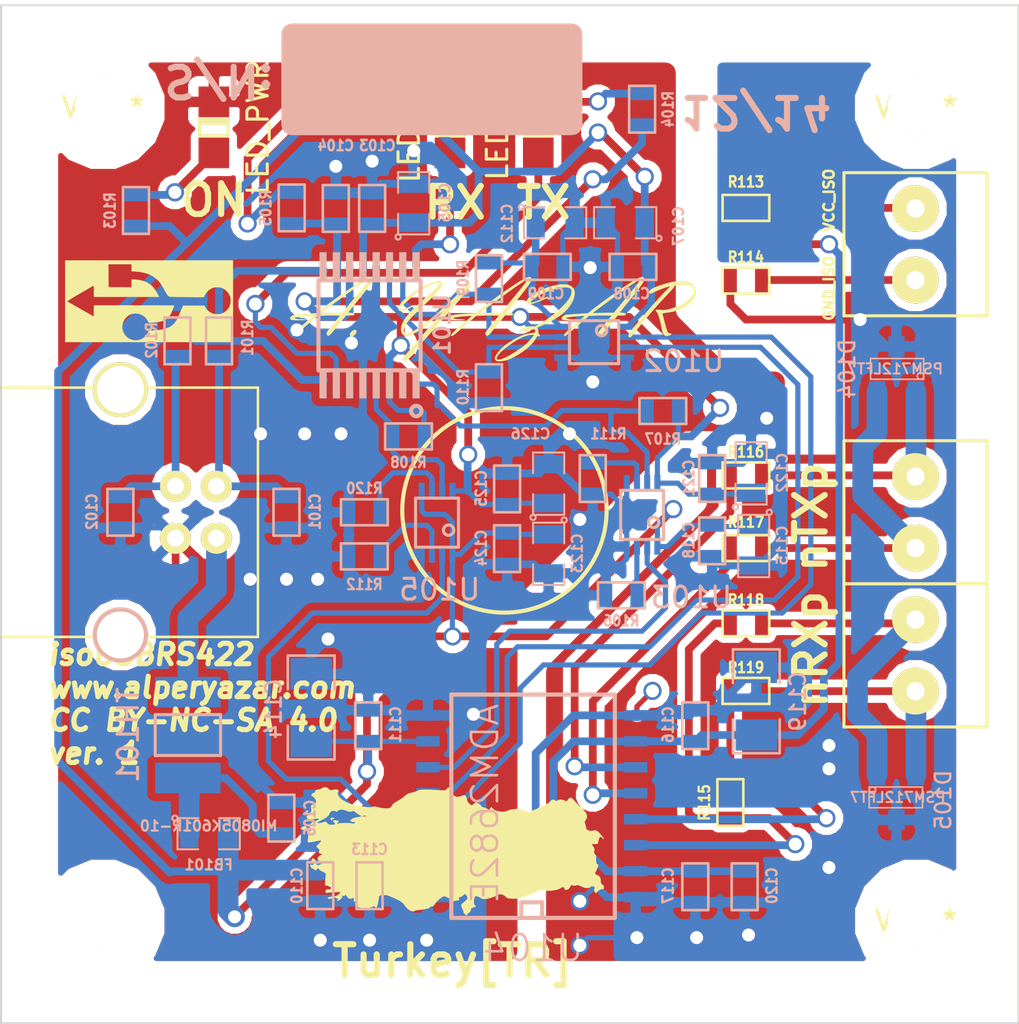
<source format=kicad_pcb>
(kicad_pcb (version 3) (host pcbnew "(2013-07-07 BZR 4022)-stable")
  (title_block (title isoUSBRS422) (rev v1) (company www.alperyazar.com) (comment 1 "Alper Yazar"))
  (layers (15 F.Cu power hide) (0 B.Cu signal hide) (20 B.SilkS user) (21 F.SilkS user) (22 B.Mask user) (23 F.Mask user) (28 Edge.Cuts user))
  (net 0 "")
  (net 1 +3.3V)
  (net 2 +5V)
  (net 3 +5V_USB)
  (net 4 /DE_3v3)
  (net 5 /DE_5v)
  (net 6 /RXn)
  (net 7 /RXp)
  (net 8 /RxD_3v3)
  (net 9 /RxD_5v)
  (net 10 /TXn)
  (net 11 /TXp)
  (net 12 /TxD_3v3)
  (net 13 /TxD_5v)
  (net 14 /USB_m)
  (net 15 /USB_p)
  (net 16 /nRE_3v3)
  (net 17 /nRE_5v)
  (net 18 /nRxLED)
  (net 19 /nTxLED)
  (net 20 GND)
  (net 21 GND_ISO)
  (net 22 N-000001)
  (net 23 N-0000011)
  (net 24 N-0000016)
  (net 25 N-0000019)
  (net 26 N-0000020)
  (net 27 N-000003)
  (net 28 N-0000031)
  (net 29 N-0000032)
  (net 30 N-0000033)
  (net 31 N-0000037)
  (net 32 N-0000038)
  (net 33 N-0000039)
  (net 34 N-0000040)
  (net 35 N-0000041)
  (net 36 N-0000042)
  (net 37 N-000007)
  (net 38 VCC_ISO)
  (module USB_B (layer F.Cu) (at 132.078 105.056 270)
    (fp_text reference J101 hide)
    (fp_text value USB hide)
    (pad 1 thru_hole circle (at 1.27 -4.699 270) (size 1.524 1.524) (drill 0.8128) (layers *.Cu *.Mask F.SilkS) (net 3 +5V_USB))
    (pad 2 thru_hole circle (at -1.27 -4.699 270) (size 1.524 1.524) (drill 0.8128) (layers *.Cu *.Mask F.SilkS) (net 14 /USB_m))
    (pad 3 thru_hole circle (at -1.27 -2.70002 270) (size 1.524 1.524) (drill 0.8128) (layers *.Cu *.Mask F.SilkS) (net 15 /USB_p))
    (pad 4 thru_hole circle (at 1.27 -2.70002 270) (size 1.524 1.524) (drill 0.8128) (layers *.Cu *.Mask F.SilkS) (net 20 GND))
    (pad 5 np_thru_hole circle (at 5.99948 0 270) (size 2.70002 2.70002) (drill 2.30124) (layers *.Cu *.SilkS *.Mask))
    (pad 6 thru_hole circle (at -5.99948 0 270) (size 2.70002 2.70002) (drill 2.30124) (layers *.Cu *.Mask F.SilkS))
  )
  (module SOT23 (layer B.Cu) (at 170.053 118.999)
    (fp_text reference D105 (at 2.286 0.127 270) (layer B.SilkS) (effects (font (size 0.762 0.762) (thickness 0.11938)) (justify mirror)))
    (fp_text value PSM712LFT7 (at 0.0635 0) (layer B.SilkS) (effects (font (size 0.50038 0.50038) (thickness 0.09906)) (justify mirror)))
    (pad 3 smd rect (at 0 1.09982) (size 0.8001 1.00076) (layers B.Cu B.Mask) (net 21 GND_ISO))
    (pad 2 smd rect (at 0.9525 -1.09982) (size 0.8001 1.00076) (layers B.Cu B.Mask) (net 6 /RXn))
    (pad 1 smd rect (at -0.9525 -1.09982) (size 0.8001 1.00076) (layers B.Cu B.Mask) (net 7 /RXp))
  )
  (module SOT23 (layer B.Cu) (at 170.053 98.044 180)
    (fp_text reference D104 (at 2.413 0 450) (layer B.SilkS) (effects (font (size 0.762 0.762) (thickness 0.11938)) (justify mirror)))
    (fp_text value PSM712LFT7 (at 0.0635 0 180) (layer B.SilkS) (effects (font (size 0.50038 0.50038) (thickness 0.09906)) (justify mirror)))
    (pad 3 smd rect (at 0 1.09982 180) (size 0.8001 1.00076) (layers B.Cu B.Mask) (net 21 GND_ISO))
    (pad 2 smd rect (at 0.9525 -1.09982 180) (size 0.8001 1.00076) (layers B.Cu B.Mask) (net 10 /TXn))
    (pad 1 smd rect (at -0.9525 -1.09982 180) (size 0.8001 1.00076) (layers B.Cu B.Mask) (net 11 /TXp))
  )
  (module SO16W (layer B.Cu) (at 152.2095 119.433 90)
    (fp_text reference U104 (at -6.932 0.0635 180) (layer B.SilkS) (effects (font (size 1.27 1.27) (thickness 0.127)) (justify mirror)))
    (fp_text value ADM2682E (at 0.127 -2.286 90) (layer B.SilkS) (effects (font (size 1.27 1.27) (thickness 0.127)) (justify mirror)))
    (pad 1 smd rect (at -4.445 -5.08 90) (size 0.508 1.143) (layers B.Cu B.Mask) (net 20 GND))
    (pad 2 smd rect (at -3.175 -5.08 90) (size 0.508 1.143) (layers B.Cu B.Mask) (net 2 +5V))
    (pad 3 smd rect (at -1.905 -5.08 90) (size 0.508 1.143) (layers B.Cu B.Mask) (net 9 /RxD_5v))
    (pad 4 smd rect (at -0.635 -5.08 90) (size 0.508 1.143) (layers B.Cu B.Mask) (net 17 /nRE_5v))
    (pad 5 smd rect (at 0.635 -5.08 90) (size 0.508 1.143) (layers B.Cu B.Mask) (net 5 /DE_5v))
    (pad 6 smd rect (at 1.905 -5.08 90) (size 0.508 1.143) (layers B.Cu B.Mask) (net 13 /TxD_5v))
    (pad 7 smd rect (at 3.175 -5.08 90) (size 0.508 1.143) (layers B.Cu B.Mask) (net 2 +5V))
    (pad 8 smd rect (at 4.445 -5.08 90) (size 0.508 1.143) (layers B.Cu B.Mask) (net 20 GND))
    (pad 9 smd rect (at 4.445 5.08 90) (size 0.508 1.143) (layers B.Cu B.Mask) (net 21 GND_ISO))
    (pad 10 smd rect (at 3.175 5.08 90) (size 0.508 1.143) (layers B.Cu B.Mask) (net 38 VCC_ISO))
    (pad 11 smd rect (at 1.905 5.08 90) (size 0.508 1.143) (layers B.Cu B.Mask) (net 33 N-0000039))
    (pad 12 smd rect (at 0.635 5.08 90) (size 0.508 1.143) (layers B.Cu B.Mask) (net 32 N-0000038))
    (pad 13 smd rect (at -0.635 5.08 90) (size 0.508 1.143) (layers B.Cu B.Mask) (net 34 N-0000040))
    (pad 14 smd rect (at -1.905 5.08 90) (size 0.508 1.143) (layers B.Cu B.Mask) (net 35 N-0000041))
    (pad 15 smd rect (at -3.175 5.08 90) (size 0.508 1.143) (layers B.Cu B.Mask) (net 38 VCC_ISO))
    (pad 16 smd rect (at -4.445 5.08 90) (size 0.508 1.143) (layers B.Cu B.Mask) (net 21 GND_ISO))
  )
  (module SM1206 (layer B.Cu) (at 163.195 114.3 90)
    (fp_text reference C119 (at 0 2.032 90) (layer B.SilkS) (effects (font (size 0.762 0.762) (thickness 0.127)) (justify mirror)))
    (fp_text value "10 uF" hide)
    (pad 1 smd rect (at -1.651 0 90) (size 1.524 2.032) (layers B.Cu B.Mask) (net 38 VCC_ISO))
    (pad 2 smd rect (at 1.651 0 90) (size 1.524 2.032) (layers B.Cu B.Mask) (net 21 GND_ISO))
  )
  (module SM1206 (layer B.Cu) (at 141.4145 114.607 90)
    (fp_text reference C114 (at -0.074 -1.8415 90) (layer B.SilkS) (effects (font (size 0.762 0.762) (thickness 0.127)) (justify mirror)))
    (fp_text value "10 uF" hide)
    (pad 1 smd rect (at -1.651 0 90) (size 1.524 2.032) (layers B.Cu B.Mask) (net 2 +5V))
    (pad 2 smd rect (at 1.651 0 90) (size 1.524 2.032) (layers B.Cu B.Mask) (net 20 GND))
  )
  (module SM0805 (layer B.Cu) (at 153.033 107.088 270)
    (fp_text reference C123 (at -0.027 -1.399 270) (layer B.SilkS) (effects (font (size 0.50038 0.50038) (thickness 0.10922)) (justify mirror)))
    (fp_text value "4.7 uF" hide)
    (pad 1 smd rect (at -0.9525 0 270) (size 0.889 1.397) (layers B.Cu B.Mask) (net 2 +5V))
    (pad 2 smd rect (at 0.9525 0 270) (size 0.889 1.397) (layers B.Cu B.Mask) (net 20 GND))
  )
  (module SM0805 (layer B.Cu) (at 153.033 103.659 90)
    (fp_text reference C126 (at 2.44 -0.887 180) (layer B.SilkS) (effects (font (size 0.50038 0.50038) (thickness 0.10922)) (justify mirror)))
    (fp_text value "4.7 uF" hide)
    (pad 1 smd rect (at -0.9525 0 90) (size 0.889 1.397) (layers B.Cu B.Mask) (net 1 +3.3V))
    (pad 2 smd rect (at 0.9525 0 90) (size 0.889 1.397) (layers B.Cu B.Mask) (net 20 GND))
  )
  (module SM0805 (layer B.Cu) (at 163.066 106.707 270)
    (fp_text reference C115 (at -0.027 -1.399 270) (layer B.SilkS) (effects (font (size 0.50038 0.50038) (thickness 0.10922)) (justify mirror)))
    (fp_text value "4.7 uF" hide)
    (pad 1 smd rect (at -0.9525 0 270) (size 0.889 1.397) (layers B.Cu B.Mask) (net 2 +5V))
    (pad 2 smd rect (at 0.9525 0 270) (size 0.889 1.397) (layers B.Cu B.Mask) (net 20 GND))
  )
  (module SM0805 (layer B.Cu) (at 162.939 103.151 90)
    (fp_text reference C122 (at 0.027 1.526 90) (layer B.SilkS) (effects (font (size 0.50038 0.50038) (thickness 0.10922)) (justify mirror)))
    (fp_text value "4.7 uF" hide)
    (pad 1 smd rect (at -0.9525 0 90) (size 0.889 1.397) (layers B.Cu B.Mask) (net 1 +3.3V))
    (pad 2 smd rect (at 0.9525 0 90) (size 0.889 1.397) (layers B.Cu B.Mask) (net 20 GND))
  )
  (module SM0805 (layer B.Cu) (at 153.3505 90.8955)
    (fp_text reference C112 (at -2.3475 0.0365 90) (layer B.SilkS) (effects (font (size 0.50038 0.50038) (thickness 0.10922)) (justify mirror)))
    (fp_text value "4.7 uF" hide)
    (pad 1 smd rect (at -0.9525 0) (size 0.889 1.397) (layers B.Cu B.Mask) (net 1 +3.3V))
    (pad 2 smd rect (at 0.9525 0) (size 0.889 1.397) (layers B.Cu B.Mask) (net 20 GND))
  )
  (module SM0805 (layer B.Cu) (at 156.7795 90.8955 180)
    (fp_text reference C107 (at -2.6055 -0.1635 270) (layer B.SilkS) (effects (font (size 0.50038 0.50038) (thickness 0.10922)) (justify mirror)))
    (fp_text value "4.7 uF" hide)
    (pad 1 smd rect (at -0.9525 0 180) (size 0.889 1.397) (layers B.Cu B.Mask) (net 2 +5V))
    (pad 2 smd rect (at 0.9525 0 180) (size 0.889 1.397) (layers B.Cu B.Mask) (net 20 GND))
  )
  (module SM0805 (layer B.Cu) (at 146.429 89.943 90)
    (fp_text reference C105 (at 0.027 1.526 90) (layer B.SilkS) (effects (font (size 0.50038 0.50038) (thickness 0.10922)) (justify mirror)))
    (fp_text value "4.7 uF" hide)
    (pad 1 smd rect (at -0.9525 0 90) (size 0.889 1.397) (layers B.Cu B.Mask) (net 2 +5V))
    (pad 2 smd rect (at 0.9525 0 90) (size 0.889 1.397) (layers B.Cu B.Mask) (net 20 GND))
  )
  (module SM0805 (layer B.Cu) (at 136.398 120.777)
    (fp_text reference FB101 (at 0 1.524) (layer B.SilkS) (effects (font (size 0.50038 0.50038) (thickness 0.10922)) (justify mirror)))
    (fp_text value MI0805K601R-10 (at 0 -0.381) (layer B.SilkS) (effects (font (size 0.50038 0.50038) (thickness 0.10922)) (justify mirror)))
    (pad 1 smd rect (at -0.9525 0) (size 0.889 1.397) (layers B.Cu B.Mask) (net 36 N-0000042))
    (pad 2 smd rect (at 0.9525 0) (size 0.889 1.397) (layers B.Cu B.Mask) (net 2 +5V))
  )
  (module SM0603 (layer B.Cu) (at 140.462 90.17 270)
    (fp_text reference R105 (at 0 1.27 270) (layer B.SilkS) (effects (font (size 0.508 0.4572) (thickness 0.1143)) (justify mirror)))
    (fp_text value 270 hide)
    (pad 1 smd rect (at -0.762 0 270) (size 0.635 1.143) (layers B.Cu B.Mask) (net 26 N-0000020))
    (pad 2 smd rect (at 0.762 0 270) (size 0.635 1.143) (layers B.Cu B.Mask) (net 1 +3.3V))
  )
  (module SM0603 (layer B.Cu) (at 161.034 103.405 90)
    (fp_text reference C121 (at 0.027 -1.141 90) (layer B.SilkS) (effects (font (size 0.508 0.4572) (thickness 0.1143)) (justify mirror)))
    (fp_text value "100 nF" hide)
    (pad 1 smd rect (at -0.762 0 90) (size 0.635 1.143) (layers B.Cu B.Mask) (net 1 +3.3V))
    (pad 2 smd rect (at 0.762 0 90) (size 0.635 1.143) (layers B.Cu B.Mask) (net 20 GND))
  )
  (module SM0603 (layer B.Cu) (at 151.001 106.834 270)
    (fp_text reference C124 (at -0.027 1.268 270) (layer B.SilkS) (effects (font (size 0.508 0.4572) (thickness 0.1143)) (justify mirror)))
    (fp_text value "100 nF" hide)
    (pad 1 smd rect (at -0.762 0 270) (size 0.635 1.143) (layers B.Cu B.Mask) (net 2 +5V))
    (pad 2 smd rect (at 0.762 0 270) (size 0.635 1.143) (layers B.Cu B.Mask) (net 20 GND))
  )
  (module SM0603 (layer B.Cu) (at 151.001 103.913 90)
    (fp_text reference C125 (at 0.027 -1.268 90) (layer B.SilkS) (effects (font (size 0.508 0.4572) (thickness 0.1143)) (justify mirror)))
    (fp_text value "100 nF" hide)
    (pad 1 smd rect (at -0.762 0 90) (size 0.635 1.143) (layers B.Cu B.Mask) (net 1 +3.3V))
    (pad 2 smd rect (at 0.762 0 90) (size 0.635 1.143) (layers B.Cu B.Mask) (net 20 GND))
  )
  (module SM0603 (layer B.Cu) (at 156.589 109.12)
    (fp_text reference R106 (at 0.002 1.243) (layer B.SilkS) (effects (font (size 0.508 0.4572) (thickness 0.1143)) (justify mirror)))
    (fp_text value 10k hide)
    (pad 1 smd rect (at -0.762 0) (size 0.635 1.143) (layers B.Cu B.Mask) (net 20 GND))
    (pad 2 smd rect (at 0.762 0) (size 0.635 1.143) (layers B.Cu B.Mask) (net 22 N-000001))
  )
  (module SM0603 (layer B.Cu) (at 155.192 103.405 90)
    (fp_text reference R111 (at 2.186 0.764 180) (layer B.SilkS) (effects (font (size 0.508 0.4572) (thickness 0.1143)) (justify mirror)))
    (fp_text value 10k hide)
    (pad 1 smd rect (at -0.762 0 90) (size 0.635 1.143) (layers B.Cu B.Mask) (net 20 GND))
    (pad 2 smd rect (at 0.762 0 90) (size 0.635 1.143) (layers B.Cu B.Mask) (net 27 N-000003))
  )
  (module SM0603 (layer B.Cu) (at 144.016 107.215)
    (fp_text reference R112 (at 0.002 1.37) (layer B.SilkS) (effects (font (size 0.508 0.4572) (thickness 0.1143)) (justify mirror)))
    (fp_text value 10k hide)
    (pad 1 smd rect (at -0.762 0) (size 0.635 1.143) (layers B.Cu B.Mask) (net 20 GND))
    (pad 2 smd rect (at 0.762 0) (size 0.635 1.143) (layers B.Cu B.Mask) (net 37 N-000007))
  )
  (module SM0603 (layer B.Cu) (at 144.016 105.056)
    (fp_text reference R120 (at 0.002 -1.17) (layer B.SilkS) (effects (font (size 0.508 0.4572) (thickness 0.1143)) (justify mirror)))
    (fp_text value 10k hide)
    (pad 1 smd rect (at -0.762 0) (size 0.635 1.143) (layers B.Cu B.Mask) (net 20 GND))
    (pad 2 smd rect (at 0.762 0) (size 0.635 1.143) (layers B.Cu B.Mask) (net 23 N-0000011))
  )
  (module SM0603 (layer B.Cu) (at 157.1605 93.0545 180)
    (fp_text reference C108 (at 0.0615 -1.3065 180) (layer B.SilkS) (effects (font (size 0.508 0.4572) (thickness 0.1143)) (justify mirror)))
    (fp_text value "100 nF" hide)
    (pad 1 smd rect (at -0.762 0 180) (size 0.635 1.143) (layers B.Cu B.Mask) (net 2 +5V))
    (pad 2 smd rect (at 0.762 0 180) (size 0.635 1.143) (layers B.Cu B.Mask) (net 20 GND))
  )
  (module SM0603 (layer B.Cu) (at 152.9695 93.0545)
    (fp_text reference C109 (at -0.0615 1.3065) (layer B.SilkS) (effects (font (size 0.508 0.4572) (thickness 0.1143)) (justify mirror)))
    (fp_text value "100 nF" hide)
    (pad 1 smd rect (at -0.762 0) (size 0.635 1.143) (layers B.Cu B.Mask) (net 1 +3.3V))
    (pad 2 smd rect (at 0.762 0) (size 0.635 1.143) (layers B.Cu B.Mask) (net 20 GND))
  )
  (module SM0603 (layer B.Cu) (at 157.607 85.344 270)
    (fp_text reference R104 (at 0 -1.27 270) (layer B.SilkS) (effects (font (size 0.508 0.4572) (thickness 0.1143)) (justify mirror)))
    (fp_text value 270 hide)
    (pad 1 smd rect (at -0.762 0 270) (size 0.635 1.143) (layers B.Cu B.Mask) (net 25 N-0000019))
    (pad 2 smd rect (at 0.762 0 270) (size 0.635 1.143) (layers B.Cu B.Mask) (net 1 +3.3V))
  )
  (module SM0603 (layer B.Cu) (at 140.206 105.056 270)
    (fp_text reference C101 (at -0.027 -1.399 270) (layer B.SilkS) (effects (font (size 0.508 0.4572) (thickness 0.1143)) (justify mirror)))
    (fp_text value "47 pF" hide)
    (pad 1 smd rect (at -0.762 0 270) (size 0.635 1.143) (layers B.Cu B.Mask) (net 14 /USB_m))
    (pad 2 smd rect (at 0.762 0 270) (size 0.635 1.143) (layers B.Cu B.Mask) (net 20 GND))
  )
  (module SM0603 (layer B.Cu) (at 134.872 96.674 90)
    (fp_text reference R102 (at 0.027 -1.268 90) (layer B.SilkS) (effects (font (size 0.508 0.4572) (thickness 0.1143)) (justify mirror)))
    (fp_text value 27 hide)
    (pad 1 smd rect (at -0.762 0 90) (size 0.635 1.143) (layers B.Cu B.Mask) (net 15 /USB_p))
    (pad 2 smd rect (at 0.762 0 90) (size 0.635 1.143) (layers B.Cu B.Mask) (net 28 N-0000031))
  )
  (module SM0603 (layer B.Cu) (at 136.904 96.674 90)
    (fp_text reference R101 (at 0.154 1.399 90) (layer B.SilkS) (effects (font (size 0.508 0.4572) (thickness 0.1143)) (justify mirror)))
    (fp_text value 27 hide)
    (pad 1 smd rect (at -0.762 0 90) (size 0.635 1.143) (layers B.Cu B.Mask) (net 14 /USB_m))
    (pad 2 smd rect (at 0.762 0 90) (size 0.635 1.143) (layers B.Cu B.Mask) (net 29 N-0000032))
  )
  (module SM0603 (layer B.Cu) (at 132.842 90.297 270)
    (fp_text reference R103 (at 0 1.27 270) (layer B.SilkS) (effects (font (size 0.508 0.4572) (thickness 0.1143)) (justify mirror)))
    (fp_text value 330 hide)
    (pad 1 smd rect (at -0.762 0 270) (size 0.635 1.143) (layers B.Cu B.Mask) (net 24 N-0000016))
    (pad 2 smd rect (at 0.762 0 270) (size 0.635 1.143) (layers B.Cu B.Mask) (net 2 +5V))
  )
  (module SM0603 (layer B.Cu) (at 144.2085 115.496 90)
    (fp_text reference C111 (at 0.053 1.3335 90) (layer B.SilkS) (effects (font (size 0.508 0.4572) (thickness 0.1143)) (justify mirror)))
    (fp_text value "100 nF" hide)
    (pad 1 smd rect (at -0.762 0 90) (size 0.635 1.143) (layers B.Cu B.Mask) (net 2 +5V))
    (pad 2 smd rect (at 0.762 0 90) (size 0.635 1.143) (layers B.Cu B.Mask) (net 20 GND))
  )
  (module SM0603 (layer B.Cu) (at 160.2105 115.496 90)
    (fp_text reference C116 (at 0.053 -1.3335 90) (layer B.SilkS) (effects (font (size 0.508 0.4572) (thickness 0.1143)) (justify mirror)))
    (fp_text value "100 nF" hide)
    (pad 1 smd rect (at -0.762 0 90) (size 0.635 1.143) (layers B.Cu B.Mask) (net 38 VCC_ISO))
    (pad 2 smd rect (at 0.762 0 90) (size 0.635 1.143) (layers B.Cu B.Mask) (net 21 GND_ISO))
  )
  (module SM0603 (layer B.Cu) (at 160.2105 123.37 270)
    (fp_text reference C117 (at -0.053 1.3335 270) (layer B.SilkS) (effects (font (size 0.508 0.4572) (thickness 0.1143)) (justify mirror)))
    (fp_text value "10 nF" hide)
    (pad 1 smd rect (at -0.762 0 270) (size 0.635 1.143) (layers B.Cu B.Mask) (net 38 VCC_ISO))
    (pad 2 smd rect (at 0.762 0 270) (size 0.635 1.143) (layers B.Cu B.Mask) (net 21 GND_ISO))
  )
  (module SM0603 (layer B.Cu) (at 162.6235 123.37 270)
    (fp_text reference C120 (at -0.053 -1.3335 270) (layer B.SilkS) (effects (font (size 0.508 0.4572) (thickness 0.1143)) (justify mirror)))
    (fp_text value "100 nF" hide)
    (pad 1 smd rect (at -0.762 0 270) (size 0.635 1.143) (layers B.Cu B.Mask) (net 38 VCC_ISO))
    (pad 2 smd rect (at 0.762 0 270) (size 0.635 1.143) (layers B.Cu B.Mask) (net 21 GND_ISO))
  )
  (module SM0603 (layer B.Cu) (at 141.859 123.317 270)
    (fp_text reference C110 (at 0 1.143 270) (layer B.SilkS) (effects (font (size 0.508 0.4572) (thickness 0.1143)) (justify mirror)))
    (fp_text value "100 nF" hide)
    (pad 1 smd rect (at -0.762 0 270) (size 0.635 1.143) (layers B.Cu B.Mask) (net 2 +5V))
    (pad 2 smd rect (at 0.762 0 270) (size 0.635 1.143) (layers B.Cu B.Mask) (net 20 GND))
  )
  (module SM0603 (layer B.Cu) (at 144.272 123.317 270)
    (fp_text reference C113 (at -1.778 0 360) (layer B.SilkS) (effects (font (size 0.508 0.4572) (thickness 0.1143)) (justify mirror)))
    (fp_text value "10 nF" hide)
    (pad 1 smd rect (at -0.762 0 270) (size 0.635 1.143) (layers B.Cu B.Mask) (net 2 +5V))
    (pad 2 smd rect (at 0.762 0 270) (size 0.635 1.143) (layers B.Cu B.Mask) (net 20 GND))
  )
  (module SM0603 (layer F.Cu) (at 162.687 113.792)
    (fp_text reference R119 (at 0 -1.143) (layer F.SilkS) (effects (font (size 0.508 0.4572) (thickness 0.1143))))
    (fp_text value 0 hide)
    (pad 1 smd rect (at -0.762 0) (size 0.635 1.143) (layers F.Cu F.Mask) (net 34 N-0000040))
    (pad 2 smd rect (at 0.762 0) (size 0.635 1.143) (layers F.Cu F.Mask) (net 6 /RXn))
  )
  (module SM0603 (layer B.Cu) (at 142.619 90.197 90)
    (fp_text reference C104 (at 3.075 0.002 180) (layer B.SilkS) (effects (font (size 0.508 0.4572) (thickness 0.1143)) (justify mirror)))
    (fp_text value "100 nF" hide)
    (pad 1 smd rect (at -0.762 0 90) (size 0.635 1.143) (layers B.Cu B.Mask) (net 1 +3.3V))
    (pad 2 smd rect (at 0.762 0 90) (size 0.635 1.143) (layers B.Cu B.Mask) (net 20 GND))
  )
  (module SM0603 (layer B.Cu) (at 144.397 90.197 90)
    (fp_text reference C103 (at 3.075 0.256 180) (layer B.SilkS) (effects (font (size 0.508 0.4572) (thickness 0.1143)) (justify mirror)))
    (fp_text value "100 nF" hide)
    (pad 1 smd rect (at -0.762 0 90) (size 0.635 1.143) (layers B.Cu B.Mask) (net 2 +5V))
    (pad 2 smd rect (at 0.762 0 90) (size 0.635 1.143) (layers B.Cu B.Mask) (net 20 GND))
  )
  (module SM0603 (layer B.Cu) (at 139.954 120.015 90)
    (fp_text reference C106 (at 0 1.397 90) (layer B.SilkS) (effects (font (size 0.508 0.4572) (thickness 0.1143)) (justify mirror)))
    (fp_text value "10 nF" hide)
    (pad 1 smd rect (at -0.762 0 90) (size 0.635 1.143) (layers B.Cu B.Mask) (net 36 N-0000042))
    (pad 2 smd rect (at 0.762 0 90) (size 0.635 1.143) (layers B.Cu B.Mask) (net 20 GND))
  )
  (module SM0603 (layer F.Cu) (at 162.687 90.17)
    (fp_text reference R113 (at 0 -1.27) (layer F.SilkS) (effects (font (size 0.508 0.4572) (thickness 0.1143))))
    (fp_text value 0 hide)
    (pad 1 smd rect (at -0.762 0) (size 0.635 1.143) (layers F.Cu F.Mask) (net 38 VCC_ISO))
    (pad 2 smd rect (at 0.762 0) (size 0.635 1.143) (layers F.Cu F.Mask) (net 31 N-0000037))
  )
  (module SM0603 (layer F.Cu) (at 162.687 93.726)
    (fp_text reference R114 (at 0 -1.143) (layer F.SilkS) (effects (font (size 0.508 0.4572) (thickness 0.1143))))
    (fp_text value 0 hide)
    (pad 1 smd rect (at -0.762 0) (size 0.635 1.143) (layers F.Cu F.Mask) (net 21 GND_ISO))
    (pad 2 smd rect (at 0.762 0) (size 0.635 1.143) (layers F.Cu F.Mask) (net 30 N-0000033))
  )
  (module SM0603 (layer F.Cu) (at 161.925 119.253 270)
    (fp_text reference R115 (at 0 1.27 270) (layer F.SilkS) (effects (font (size 0.508 0.4572) (thickness 0.1143))))
    (fp_text value 121 hide)
    (pad 1 smd rect (at -0.762 0 270) (size 0.635 1.143) (layers F.Cu F.Mask) (net 34 N-0000040))
    (pad 2 smd rect (at 0.762 0 270) (size 0.635 1.143) (layers F.Cu F.Mask) (net 35 N-0000041))
  )
  (module SM0603 (layer B.Cu) (at 132.078 105.056 270)
    (fp_text reference C102 (at -0.027 1.395 270) (layer B.SilkS) (effects (font (size 0.508 0.4572) (thickness 0.1143)) (justify mirror)))
    (fp_text value "47 pF" hide)
    (pad 1 smd rect (at -0.762 0 270) (size 0.635 1.143) (layers B.Cu B.Mask) (net 15 /USB_p))
    (pad 2 smd rect (at 0.762 0 270) (size 0.635 1.143) (layers B.Cu B.Mask) (net 20 GND))
  )
  (module SM0603 (layer B.Cu) (at 161.034 106.453 270)
    (fp_text reference C118 (at -0.027 1.141 270) (layer B.SilkS) (effects (font (size 0.508 0.4572) (thickness 0.1143)) (justify mirror)))
    (fp_text value "100 nF" hide)
    (pad 1 smd rect (at -0.762 0 270) (size 0.635 1.143) (layers B.Cu B.Mask) (net 2 +5V))
    (pad 2 smd rect (at 0.762 0 270) (size 0.635 1.143) (layers B.Cu B.Mask) (net 20 GND))
  )
  (module SM0603 (layer F.Cu) (at 162.687 110.49)
    (fp_text reference R118 (at 0 -1.143) (layer F.SilkS) (effects (font (size 0.508 0.4572) (thickness 0.1143))))
    (fp_text value 0 hide)
    (pad 1 smd rect (at -0.762 0) (size 0.635 1.143) (layers F.Cu F.Mask) (net 35 N-0000041))
    (pad 2 smd rect (at 0.762 0) (size 0.635 1.143) (layers F.Cu F.Mask) (net 7 /RXp))
  )
  (module SM0603 (layer F.Cu) (at 162.687 106.807)
    (fp_text reference R117 (at 0 -1.27) (layer F.SilkS) (effects (font (size 0.508 0.4572) (thickness 0.1143))))
    (fp_text value 0 hide)
    (pad 1 smd rect (at -0.762 0) (size 0.635 1.143) (layers F.Cu F.Mask) (net 32 N-0000038))
    (pad 2 smd rect (at 0.762 0) (size 0.635 1.143) (layers F.Cu F.Mask) (net 10 /TXn))
  )
  (module SM0603 (layer F.Cu) (at 162.687 103.251)
    (fp_text reference R116 (at 0 -1.143) (layer F.SilkS) (effects (font (size 0.508 0.4572) (thickness 0.1143))))
    (fp_text value 0 hide)
    (pad 1 smd rect (at -0.762 0) (size 0.635 1.143) (layers F.Cu F.Mask) (net 33 N-0000039))
    (pad 2 smd rect (at 0.762 0) (size 0.635 1.143) (layers F.Cu F.Mask) (net 11 /TXp))
  )
  (module SM0603 (layer B.Cu) (at 158.621 100.103)
    (fp_text reference R107 (at 0.002 1.37) (layer B.SilkS) (effects (font (size 0.508 0.4572) (thickness 0.1143)) (justify mirror)))
    (fp_text value 10k hide)
    (pad 1 smd rect (at -0.762 0) (size 0.635 1.143) (layers B.Cu B.Mask) (net 12 /TxD_3v3))
    (pad 2 smd rect (at 0.762 0) (size 0.635 1.143) (layers B.Cu B.Mask) (net 1 +3.3V))
  )
  (module SM0603 (layer B.Cu) (at 146.177 101.346)
    (fp_text reference R108 (at 0 1.27) (layer B.SilkS) (effects (font (size 0.508 0.4572) (thickness 0.1143)) (justify mirror)))
    (fp_text value 10k hide)
    (pad 1 smd rect (at -0.762 0) (size 0.635 1.143) (layers B.Cu B.Mask) (net 8 /RxD_3v3))
    (pad 2 smd rect (at 0.762 0) (size 0.635 1.143) (layers B.Cu B.Mask) (net 1 +3.3V))
  )
  (module SM0603 (layer B.Cu) (at 150.112 93.626 90)
    (fp_text reference R109 (at 0.027 -1.268 90) (layer B.SilkS) (effects (font (size 0.508 0.4572) (thickness 0.1143)) (justify mirror)))
    (fp_text value 10k hide)
    (pad 1 smd rect (at -0.762 0 90) (size 0.635 1.143) (layers B.Cu B.Mask) (net 16 /nRE_3v3))
    (pad 2 smd rect (at 0.762 0 90) (size 0.635 1.143) (layers B.Cu B.Mask) (net 1 +3.3V))
  )
  (module SM0603 (layer B.Cu) (at 150.112 98.96 90)
    (fp_text reference R110 (at 0.027 -1.268 90) (layer B.SilkS) (effects (font (size 0.508 0.4572) (thickness 0.1143)) (justify mirror)))
    (fp_text value 10k hide)
    (pad 1 smd rect (at -0.762 0 90) (size 0.635 1.143) (layers B.Cu B.Mask) (net 20 GND))
    (pad 2 smd rect (at 0.762 0 90) (size 0.635 1.143) (layers B.Cu B.Mask) (net 4 /DE_3v3))
  )
  (module MS_MSMF_Style_1 (layer B.Cu) (at 135.382 115.951 270)
    (fp_text reference TH101 (at 0 2.921 270) (layer B.SilkS) (effects (justify mirror)))
    (fp_text value MF-MSMF050-2 hide)
    (pad 1 smd rect (at -2.1 0 270) (size 1.5 3.2) (layers B.Cu B.Mask) (net 3 +5V_USB))
    (pad 2 smd rect (at 2.1 0 270) (size 1.5 3.2) (layers B.Cu B.Mask) (net 36 N-0000042))
  )
  (module KLE3mm5 (layer F.Cu) (at 181.483 91.948 270)
    (fp_text reference J102 hide)
    (fp_text value KLE3MM5 hide)
    (pad 2 thru_hole circle (at 1.75 10.5 270) (size 2.286 2.286) (drill 0.889) (layers *.Cu *.Mask F.SilkS) (net 30 N-0000033))
    (pad 1 thru_hole circle (at -1.75 10.5 270) (size 2.286 2.286) (drill 0.889) (layers *.Cu *.Mask F.SilkS) (net 31 N-0000037))
  )
  (module KLE3mm5 (layer F.Cu) (at 181.483 105.056 270)
    (fp_text reference J103 hide)
    (fp_text value KLE3MM5 hide)
    (pad 2 thru_hole circle (at 1.75 10.5 270) (size 2.286 2.286) (drill 0.889) (layers *.Cu *.Mask F.SilkS) (net 10 /TXn))
    (pad 1 thru_hole circle (at -1.75 10.5 270) (size 2.286 2.286) (drill 0.889) (layers *.Cu *.Mask F.SilkS) (net 11 /TXp))
  )
  (module KLE3mm5 (layer F.Cu) (at 181.483 112.056 270)
    (fp_text reference J104 hide)
    (fp_text value KLE3MM5 hide)
    (pad 2 thru_hole circle (at 1.75 10.5 270) (size 2.286 2.286) (drill 0.889) (layers *.Cu *.Mask F.SilkS) (net 6 /RXn))
    (pad 1 thru_hole circle (at -1.75 10.5 270) (size 2.286 2.286) (drill 0.889) (layers *.Cu *.Mask F.SilkS) (net 7 /RXp))
  )
  (module CR_10_LED (layer F.Cu) (at 136.652 86.233 270)
    (fp_text reference D101 hide)
    (fp_text value LED_PWR (at 0 -2.159 270) (layer F.SilkS))
    (pad 2 smd rect (at -1.25 0 270) (size 1.5 1.5) (layers F.Cu F.Mask) (net 20 GND))
    (pad 1 smd rect (at 1.25 0 270) (size 1.5 1.5) (layers F.Cu F.Mask) (net 24 N-0000016))
  )
  (module CR_10_LED (layer F.Cu) (at 148.209 86.233 90)
    (fp_text reference D103 hide)
    (fp_text value LED_RX (at 0 -2 90) (layer F.SilkS))
    (pad 2 smd rect (at -1.25 0 90) (size 1.5 1.5) (layers F.Cu F.Mask) (net 18 /nRxLED))
    (pad 1 smd rect (at 1.25 0 90) (size 1.5 1.5) (layers F.Cu F.Mask) (net 26 N-0000020))
  )
  (module CR_10_LED (layer F.Cu) (at 152.527 86.233 90)
    (fp_text reference D102 hide)
    (fp_text value LED_TX (at 0 -2 90) (layer F.SilkS))
    (pad 2 smd rect (at -1.25 0 90) (size 1.5 1.5) (layers F.Cu F.Mask) (net 19 /nTxLED))
    (pad 1 smd rect (at 1.25 0 90) (size 1.5 1.5) (layers F.Cu F.Mask) (net 25 N-0000019))
  )
  (module R_PDSO_G8 (layer B.Cu) (at 155.2555 96.7375 270)
    (fp_text reference U102 (at 0.9255 -4.3835 360) (layer B.SilkS) (effects (font (size 1.016 1.016) (thickness 0.1524)) (justify mirror)))
    (fp_text value SN74LVC2T45 hide)
    (pad 1 smd rect (at -0.75 -1.55 270) (size 0.3 0.8) (layers B.Cu B.Mask) (net 2 +5V))
    (pad 2 smd rect (at -0.25 -1.55 270) (size 0.3 0.8) (layers B.Cu B.Mask) (net 17 /nRE_5v))
    (pad 3 smd rect (at 0.25 -1.55 270) (size 0.3 0.8) (layers B.Cu B.Mask) (net 5 /DE_5v))
    (pad 4 smd rect (at 0.75 -1.55 270) (size 0.3 0.8) (layers B.Cu B.Mask) (net 20 GND))
    (pad 5 smd rect (at 0.75 1.55 270) (size 0.3 0.8) (layers B.Cu B.Mask) (net 20 GND))
    (pad 6 smd rect (at 0.25 1.55 270) (size 0.3 0.8) (layers B.Cu B.Mask) (net 4 /DE_3v3))
    (pad 7 smd rect (at -0.25 1.55 270) (size 0.3 0.8) (layers B.Cu B.Mask) (net 16 /nRE_3v3))
    (pad 8 smd rect (at -0.75 1.55 270) (size 0.3 0.8) (layers B.Cu B.Mask) (net 1 +3.3V))
  )
  (module R_PDSO_G8 (layer B.Cu) (at 157.605 105.183 180)
    (fp_text reference U103 (at -2.415 -4.037 180) (layer B.SilkS) (effects (font (size 1.016 1.016) (thickness 0.1524)) (justify mirror)))
    (fp_text value SN74LVC2T45 hide)
    (pad 1 smd rect (at -0.75 -1.55 180) (size 0.3 0.8) (layers B.Cu B.Mask) (net 2 +5V))
    (pad 2 smd rect (at -0.25 -1.55 180) (size 0.3 0.8) (layers B.Cu B.Mask) (net 13 /TxD_5v))
    (pad 3 smd rect (at 0.25 -1.55 180) (size 0.3 0.8) (layers B.Cu B.Mask) (net 22 N-000001))
    (pad 4 smd rect (at 0.75 -1.55 180) (size 0.3 0.8) (layers B.Cu B.Mask) (net 20 GND))
    (pad 5 smd rect (at 0.75 1.55 180) (size 0.3 0.8) (layers B.Cu B.Mask) (net 20 GND))
    (pad 6 smd rect (at 0.25 1.55 180) (size 0.3 0.8) (layers B.Cu B.Mask) (net 27 N-000003))
    (pad 7 smd rect (at -0.25 1.55 180) (size 0.3 0.8) (layers B.Cu B.Mask) (net 12 /TxD_3v3))
    (pad 8 smd rect (at -0.75 1.55 180) (size 0.3 0.8) (layers B.Cu B.Mask) (net 1 +3.3V))
  )
  (module R_PDSO_G8 (layer B.Cu) (at 147.572 105.564 180)
    (fp_text reference U105 (at -0.129 -3.275 180) (layer B.SilkS) (effects (font (size 1.016 1.016) (thickness 0.1524)) (justify mirror)))
    (fp_text value SN74LVC2T45 hide)
    (pad 1 smd rect (at -0.75 -1.55 180) (size 0.3 0.8) (layers B.Cu B.Mask) (net 2 +5V))
    (pad 2 smd rect (at -0.25 -1.55 180) (size 0.3 0.8) (layers B.Cu B.Mask) (net 9 /RxD_5v))
    (pad 3 smd rect (at 0.25 -1.55 180) (size 0.3 0.8) (layers B.Cu B.Mask) (net 37 N-000007))
    (pad 4 smd rect (at 0.75 -1.55 180) (size 0.3 0.8) (layers B.Cu B.Mask) (net 20 GND))
    (pad 5 smd rect (at 0.75 1.55 180) (size 0.3 0.8) (layers B.Cu B.Mask) (net 2 +5V))
    (pad 6 smd rect (at 0.25 1.55 180) (size 0.3 0.8) (layers B.Cu B.Mask) (net 23 N-0000011))
    (pad 7 smd rect (at -0.25 1.55 180) (size 0.3 0.8) (layers B.Cu B.Mask) (net 8 /RxD_3v3))
    (pad 8 smd rect (at -0.75 1.55 180) (size 0.3 0.8) (layers B.Cu B.Mask) (net 1 +3.3V))
  )
  (module SSOP16 (layer B.Cu) (at 144.27 95.912 90)
    (fp_text reference U101 (at 0.027 3.558 90) (layer B.SilkS) (effects (font (size 0.762 0.762) (thickness 0.1524)) (justify mirror)))
    (fp_text value FT230X hide)
    (pad 9 smd rect (at 2.87528 -2.27584 90) (size 1.39954 0.35052) (layers B.Cu B.SilkS B.Mask) (net 29 N-0000032))
    (pad 10 smd rect (at 2.87528 -1.6256 90) (size 1.39954 0.35052) (layers B.Cu B.SilkS B.Mask) (net 1 +3.3V))
    (pad 11 smd rect (at 2.87528 -0.97536 90) (size 1.39954 0.35052) (layers B.Cu B.SilkS B.Mask) (net 1 +3.3V))
    (pad 12 smd rect (at 2.87528 -0.32512 90) (size 1.39954 0.35052) (layers B.Cu B.SilkS B.Mask) (net 2 +5V))
    (pad 13 smd rect (at 2.87528 0.32512 90) (size 1.39954 0.35052) (layers B.Cu B.SilkS B.Mask) (net 20 GND))
    (pad 14 smd rect (at 2.87528 0.97536 90) (size 1.39954 0.35052) (layers B.Cu B.SilkS B.Mask) (net 4 /DE_3v3))
    (pad 15 smd rect (at 2.87528 1.6256 90) (size 1.39954 0.35052) (layers B.Cu B.SilkS B.Mask) (net 16 /nRE_3v3))
    (pad 16 smd rect (at 2.87528 2.27584 90) (size 1.39954 0.35052) (layers B.Cu B.SilkS B.Mask) (net 18 /nRxLED))
    (pad 1 smd rect (at -2.87528 2.27584 90) (size 1.39954 0.35052) (layers B.Cu B.SilkS B.Mask) (net 12 /TxD_3v3))
    (pad 2 smd rect (at -2.87528 1.6256 90) (size 1.39954 0.35052) (layers B.Cu B.SilkS B.Mask))
    (pad 3 smd rect (at -2.87528 0.97536 90) (size 1.39954 0.35052) (layers B.Cu B.SilkS B.Mask) (net 1 +3.3V))
    (pad 4 smd rect (at -2.87528 0.32512 90) (size 1.39954 0.35052) (layers B.Cu B.SilkS B.Mask) (net 8 /RxD_3v3))
    (pad 5 smd rect (at -2.87528 -0.32512 90) (size 1.39954 0.35052) (layers B.Cu B.SilkS B.Mask) (net 20 GND))
    (pad 6 smd rect (at -2.87528 -0.97536 90) (size 1.39954 0.35052) (layers B.Cu B.SilkS B.Mask))
    (pad 7 smd rect (at -2.87528 -1.6256 90) (size 1.39954 0.35052) (layers B.Cu B.SilkS B.Mask) (net 19 /nTxLED))
    (pad 8 smd rect (at -2.87528 -2.27584 90) (size 1.39954 0.35052) (layers B.Cu B.SilkS B.Mask) (net 28 N-0000031))
  )
  (module ayazar (layer F.Cu) (at 150.241 95.25)
    (fp_text reference VAL hide)
    (fp_text value REF hide)
  )
  (module Hole_2mm8_6mm0 (layer F.Cu) (at 131.238 125.048)
    (fp_text reference Hole_2mm8_6mm0 hide)
    (fp_text value VAL** hide)
    (pad "" np_thru_hole circle (at 0 0) (size 2.8 2.8) (drill 2.8) (layers *.Cu *.Mask F.SilkS) (clearance 1.6))
  )
  (module Hole_2mm8_6mm0 (layer F.Cu) (at 171.022 125.048)
    (fp_text reference Hole_2mm8_6mm0 hide)
    (fp_text value VAL** (at 0 0) (layer F.SilkS))
    (pad "" np_thru_hole circle (at 0 0) (size 2.8 2.8) (drill 2.8) (layers *.Cu *.Mask F.SilkS) (clearance 1.6))
  )
  (module Hole_2mm8_6mm0 (layer F.Cu) (at 131.238 85.264)
    (fp_text reference Hole_2mm8_6mm0 hide)
    (fp_text value VAL** (at 0 0) (layer F.SilkS))
    (pad "" np_thru_hole circle (at 0 0) (size 2.8 2.8) (drill 2.8) (layers *.Cu *.Mask F.SilkS) (clearance 1.6))
  )
  (module Hole_2mm8_6mm0 (layer F.Cu) (at 171.022 85.264)
    (fp_text reference Hole_2mm8_6mm0 hide)
    (fp_text value VAL** (at 0 0) (layer F.SilkS))
    (pad "" np_thru_hole circle (at 0 0) (size 2.8 2.8) (drill 2.8) (layers *.Cu *.Mask F.SilkS) (clearance 1.6))
  )
  (module usb_logo_4mm (layer F.Cu) (at 133.477 94.742 90)
    (fp_text reference VAL hide)
    (fp_text value REF hide)
  )
  (module turkiye_15mm (layer F.Cu) (at 148.336 121.666)
    (fp_text reference VAL hide)
    (fp_text value REF hide)
  )
  (gr_text 12/14 (at 163.195 85.471 180) (layer B.SilkS) (effects (font (size 1.5 1.5) (thickness 0.3)) (justify mirror)))
  (gr_text Turkey[TR] (at 148.336 127) (layer F.SilkS) (effects (font (size 1.5 1.5) (thickness 0.3))))
  (gr_circle (center 150.871 104.963) (end 150.871 99.963) (layer F.SilkS) (width 0.2))
  (gr_text S/N: (at 136.906 83.947 180) (layer B.SilkS) (effects (font (size 1.5 1.5) (thickness 0.3)) (justify mirror)))
  (gr_text VCC_ISO (at 166.751 89.789 90) (layer F.SilkS) (effects (font (size 0.5 0.5) (thickness 0.125))))
  (gr_text GND_ISO (at 166.751 94.107 90) (layer F.SilkS) (effects (font (size 0.5 0.5) (thickness 0.125))))
  (gr_text nRXp (at 165.862 111.76 90) (layer F.SilkS) (effects (font (size 1.5 1.5) (thickness 0.3))))
  (gr_text nTXp (at 165.862 105.283 90) (layer F.SilkS) (effects (font (size 1.5 1.5) (thickness 0.3))))
  (gr_text TX (at 152.781 89.916) (layer F.SilkS) (effects (font (size 1.5 1.5) (thickness 0.3))))
  (gr_text RX (at 148.463 89.916) (layer F.SilkS) (effects (font (size 1.5 1.5) (thickness 0.3))))
  (gr_text ON (at 136.652 89.789) (layer F.SilkS) (effects (font (size 1.5 1.5) (thickness 0.3))))
  (gr_text "isoUSBRS422 \nwww.alperyazar.com\nCC BY-NC-SA 4.0\nver. 1" (at 128.397 114.427) (layer F.SilkS) (effects (font (size 1 1) (thickness 0.25) italic) (justify left)))
  (gr_line (start 126.238 130.048) (end 126.238 80.264) (angle 90) (layer Edge.Cuts) (width 0.1))
  (gr_line (start 176.022 130.048) (end 126.238 130.048) (angle 90) (layer Edge.Cuts) (width 0.1))
  (gr_line (start 176.022 80.264) (end 176.022 130.048) (angle 90) (layer Edge.Cuts) (width 0.1))
  (gr_line (start 126.238 80.264) (end 176.022 80.264) (angle 90) (layer Edge.Cuts) (width 0.1))
  (segment (start 157.353 114.808) (end 157.353 114.554) (width 0.254) (layer F.Cu) (net 0))
  (via (at 158.115 113.792) (size 0.889) (layers F.Cu B.Cu) (net 0))
  (segment (start 157.353 114.554) (end 158.115 113.792) (width 0.254) (layer F.Cu) (net 0))
  (segment (start 141.097 94.742) (end 149.225 94.742) (width 0.381) (layer F.Cu) (net 1))
  (segment (start 155.829 88.773) (end 157.607 86.995) (width 0.381) (layer B.Cu) (net 1))
  (segment (start 157.607 86.995) (end 157.607 86.106) (width 0.381) (layer B.Cu) (net 1))
  (via (at 155.194 88.773) (size 0.889) (layers F.Cu B.Cu) (net 1))
  (segment (start 149.225 94.742) (end 155.194 88.773) (width 0.381) (layer F.Cu) (net 1))
  (segment (start 155.194 88.773) (end 155.829 88.773) (width 0.381) (layer B.Cu) (net 1))
  (segment (start 141.859 95.504) (end 145.288 95.504) (width 0.381) (layer F.Cu) (net 1))
  (segment (start 145.288 95.504) (end 145.796 95.504) (width 0.381) (layer F.Cu) (net 1))
  (segment (start 142.6825 94.742) (end 141.097 94.742) (width 0.381) (layer B.Cu) (net 1))
  (segment (start 142.6825 94.742) (end 142.6825 93.245) (width 0.381) (layer B.Cu) (net 1))
  (segment (start 141.097 94.742) (end 141.859 95.504) (width 0.381) (layer F.Cu) (net 1))
  (via (at 141.097 94.742) (size 0.889) (layers F.Cu B.Cu) (net 1))
  (segment (start 141.859 95.504) (end 141.097 94.742) (width 0.381) (layer B.Cu) (net 1))
  (segment (start 143.002 95.504) (end 141.859 95.504) (width 0.381) (layer B.Cu) (net 1))
  (segment (start 143.29464 95.21136) (end 143.002 95.504) (width 0.381) (layer B.Cu) (net 1))
  (segment (start 143.29464 93.03672) (end 143.29464 95.21136) (width 0.381) (layer B.Cu) (net 1))
  (segment (start 149.098 102.235) (end 149.098 100.203) (width 0.381) (layer F.Cu) (net 1))
  (segment (start 149.07 102.263) (end 149.098 102.235) (width 0.381) (layer B.Cu) (net 1))
  (via (at 149.098 102.235) (size 0.889) (layers F.Cu B.Cu) (net 1))
  (segment (start 149.07 104.014) (end 149.07 102.263) (width 0.381) (layer B.Cu) (net 1))
  (segment (start 149.098 100.203) (end 145.796 96.901) (width 0.381) (layer F.Cu) (net 1))
  (segment (start 145.24536 98.78728) (end 145.24536 97.45164) (width 0.381) (layer B.Cu) (net 1))
  (segment (start 145.24536 97.45164) (end 145.796 96.901) (width 0.381) (layer B.Cu) (net 1))
  (via (at 145.796 96.901) (size 0.889) (layers F.Cu B.Cu) (net 1))
  (segment (start 145.796 96.901) (end 145.796 95.504) (width 0.381) (layer F.Cu) (net 1))
  (segment (start 145.24536 98.78728) (end 145.24536 99.65236) (width 0.254) (layer B.Cu) (net 1))
  (segment (start 146.939 100.203) (end 146.939 101.346) (width 0.254) (layer B.Cu) (net 1))
  (segment (start 146.812 100.076) (end 146.939 100.203) (width 0.254) (layer B.Cu) (net 1))
  (segment (start 145.669 100.076) (end 146.812 100.076) (width 0.254) (layer B.Cu) (net 1))
  (segment (start 145.24536 99.65236) (end 145.669 100.076) (width 0.254) (layer B.Cu) (net 1))
  (segment (start 140.462 90.932) (end 142.592 90.932) (width 0.381) (layer B.Cu) (net 1))
  (segment (start 142.592 90.932) (end 142.619 90.959) (width 0.381) (layer B.Cu) (net 1))
  (segment (start 159.383 101.346) (end 160.02 101.346) (width 0.381) (layer B.Cu) (net 1))
  (segment (start 156.972 95.504) (end 151.638 95.504) (width 0.381) (layer F.Cu) (net 1))
  (segment (start 161.417 99.949) (end 156.972 95.504) (width 0.381) (layer F.Cu) (net 1))
  (via (at 161.417 99.949) (size 0.889) (layers F.Cu B.Cu) (net 1))
  (segment (start 160.02 101.346) (end 161.417 99.949) (width 0.381) (layer B.Cu) (net 1))
  (segment (start 145.796 95.504) (end 151.638 95.504) (width 0.381) (layer F.Cu) (net 1))
  (segment (start 152.1215 95.9875) (end 153.7055 95.9875) (width 0.254) (layer B.Cu) (net 1))
  (via (at 151.638 95.504) (size 0.889) (layers F.Cu B.Cu) (net 1))
  (segment (start 151.638 95.504) (end 152.1215 95.9875) (width 0.254) (layer B.Cu) (net 1))
  (segment (start 159.383 100.103) (end 159.383 101.346) (width 0.254) (layer B.Cu) (net 1))
  (segment (start 159.383 101.346) (end 159.383 101.373) (width 0.254) (layer B.Cu) (net 1))
  (segment (start 158.355 102.401) (end 158.355 103.633) (width 0.254) (layer B.Cu) (net 1))
  (segment (start 159.383 101.373) (end 158.355 102.401) (width 0.254) (layer B.Cu) (net 1))
  (segment (start 150.112 92.864) (end 152.017 92.864) (width 0.254) (layer B.Cu) (net 1))
  (segment (start 152.017 92.864) (end 152.2075 93.0545) (width 0.254) (layer B.Cu) (net 1))
  (segment (start 161.034 104.167) (end 162.8755 104.167) (width 0.254) (layer B.Cu) (net 1))
  (segment (start 162.8755 104.167) (end 162.939 104.1035) (width 0.254) (layer B.Cu) (net 1))
  (segment (start 158.355 103.633) (end 159.357 103.633) (width 0.254) (layer B.Cu) (net 1))
  (segment (start 159.891 104.167) (end 161.034 104.167) (width 0.254) (layer B.Cu) (net 1))
  (segment (start 159.357 103.633) (end 159.891 104.167) (width 0.254) (layer B.Cu) (net 1))
  (segment (start 153.033 104.6115) (end 151.0645 104.6115) (width 0.254) (layer B.Cu) (net 1))
  (segment (start 151.0645 104.6115) (end 151.001 104.675) (width 0.254) (layer B.Cu) (net 1))
  (segment (start 148.322 104.014) (end 149.07 104.014) (width 0.254) (layer B.Cu) (net 1))
  (segment (start 149.731 104.675) (end 151.001 104.675) (width 0.254) (layer B.Cu) (net 1))
  (segment (start 149.07 104.014) (end 149.731 104.675) (width 0.254) (layer B.Cu) (net 1))
  (segment (start 153.7055 95.9875) (end 153.6165 95.9875) (width 0.254) (layer B.Cu) (net 1))
  (segment (start 153.6165 95.9875) (end 152.4615 94.8325) (width 0.254) (layer B.Cu) (net 1))
  (segment (start 152.2075 94.5785) (end 152.2075 93.0545) (width 0.381) (layer B.Cu) (net 1))
  (segment (start 152.2075 94.5785) (end 152.4615 94.8325) (width 0.381) (layer B.Cu) (net 1))
  (segment (start 152.398 90.8955) (end 152.398 92.864) (width 0.381) (layer B.Cu) (net 1))
  (segment (start 152.398 92.864) (end 152.2075 93.0545) (width 0.381) (layer B.Cu) (net 1))
  (segment (start 142.6825 93.245) (end 142.6825 91.0225) (width 0.381) (layer B.Cu) (net 1))
  (segment (start 142.6825 91.0225) (end 142.619 90.959) (width 0.381) (layer B.Cu) (net 1))
  (segment (start 141.859 122.555) (end 137.414 122.555) (width 1.016) (layer B.Cu) (net 2))
  (segment (start 137.414 122.555) (end 137.3505 122.6185) (width 1.016) (layer B.Cu) (net 2))
  (segment (start 134.4295 122.6185) (end 137.3505 122.6185) (width 0.381) (layer B.Cu) (net 2))
  (segment (start 137.3505 122.6185) (end 137.3505 122.682) (width 0.381) (layer B.Cu) (net 2))
  (segment (start 137.3505 120.777) (end 137.3505 122.682) (width 1.016) (layer B.Cu) (net 2))
  (segment (start 137.3505 122.682) (end 137.3505 124.5235) (width 1.016) (layer B.Cu) (net 2))
  (segment (start 137.3505 124.5235) (end 137.668 124.841) (width 1.016) (layer B.Cu) (net 2))
  (via (at 137.668 124.841) (size 0.889) (layers F.Cu B.Cu) (net 2))
  (segment (start 137.668 124.841) (end 144.145 118.364) (width 0.381) (layer F.Cu) (net 2))
  (segment (start 144.145 118.364) (end 144.145 117.729) (width 0.381) (layer F.Cu) (net 2))
  (segment (start 134.493 122.682) (end 134.4295 122.6185) (width 0.381) (layer B.Cu) (net 2))
  (segment (start 134.4295 122.6185) (end 129.032 117.221) (width 0.381) (layer B.Cu) (net 2))
  (segment (start 146.822 104.014) (end 146.822 104.991798) (width 0.254) (layer B.Cu) (net 2))
  (segment (start 148.322 105.523) (end 148.322 107.114) (width 0.254) (layer B.Cu) (net 2))
  (segment (start 147.955 105.156) (end 148.322 105.523) (width 0.254) (layer B.Cu) (net 2))
  (segment (start 146.986202 105.156) (end 147.955 105.156) (width 0.254) (layer B.Cu) (net 2))
  (segment (start 146.822 104.991798) (end 146.986202 105.156) (width 0.254) (layer B.Cu) (net 2))
  (segment (start 157.732 90.8955) (end 157.732 88.648) (width 0.381) (layer B.Cu) (net 2))
  (segment (start 153.543 88.392) (end 149.606 88.392) (width 0.381) (layer B.Cu) (net 2))
  (segment (start 155.448 86.487) (end 153.543 88.392) (width 0.381) (layer B.Cu) (net 2))
  (via (at 155.448 86.487) (size 0.889) (layers F.Cu B.Cu) (net 2))
  (segment (start 155.575 86.487) (end 155.448 86.487) (width 0.381) (layer F.Cu) (net 2))
  (segment (start 157.734 88.646) (end 155.575 86.487) (width 0.381) (layer F.Cu) (net 2))
  (via (at 157.734 88.646) (size 0.889) (layers F.Cu B.Cu) (net 2))
  (segment (start 157.732 88.648) (end 157.734 88.646) (width 0.381) (layer B.Cu) (net 2))
  (segment (start 158.355 106.733) (end 158.355 105.678) (width 0.254) (layer B.Cu) (net 2))
  (segment (start 152.908 111.125) (end 159.131 104.902) (width 0.381) (layer F.Cu) (net 2))
  (segment (start 152.908 111.125) (end 148.336 111.125) (width 0.381) (layer F.Cu) (net 2))
  (via (at 159.131 104.902) (size 0.889) (layers F.Cu B.Cu) (net 2))
  (segment (start 158.355 105.678) (end 159.131 104.902) (width 0.254) (layer B.Cu) (net 2))
  (segment (start 132.842 91.059) (end 134.493 91.059) (width 0.381) (layer B.Cu) (net 2))
  (segment (start 134.493 91.059) (end 135.3185 91.8845) (width 0.381) (layer B.Cu) (net 2))
  (segment (start 129.032 98.171) (end 129.032 117.221) (width 0.381) (layer B.Cu) (net 2))
  (segment (start 129.032 98.171) (end 135.3185 91.8845) (width 0.381) (layer B.Cu) (net 2))
  (segment (start 135.3185 91.8845) (end 140.843 86.36) (width 0.381) (layer B.Cu) (net 2))
  (segment (start 147.574 86.36) (end 149.606 88.392) (width 0.381) (layer B.Cu) (net 2))
  (segment (start 140.843 86.36) (end 147.574 86.36) (width 0.381) (layer B.Cu) (net 2))
  (segment (start 149.606 88.392) (end 149.606 90.424) (width 0.381) (layer B.Cu) (net 2))
  (segment (start 146.429 90.8955) (end 149.1345 90.8955) (width 0.381) (layer B.Cu) (net 2))
  (segment (start 149.606 90.424) (end 149.1345 90.8955) (width 0.381) (layer B.Cu) (net 2))
  (via (at 148.336 111.125) (size 0.889) (layers F.Cu B.Cu) (net 2))
  (segment (start 148.322 111.111) (end 148.322 107.114) (width 0.254) (layer B.Cu) (net 2))
  (segment (start 148.336 111.125) (end 148.322 111.111) (width 0.254) (layer B.Cu) (net 2))
  (segment (start 144.145 113.919) (end 146.939 111.125) (width 0.381) (layer F.Cu) (net 2))
  (segment (start 144.145 117.729) (end 144.145 113.919) (width 0.381) (layer F.Cu) (net 2))
  (segment (start 146.939 111.125) (end 148.336 111.125) (width 0.381) (layer F.Cu) (net 2))
  (segment (start 144.2085 117.6655) (end 144.2085 116.258) (width 0.381) (layer B.Cu) (net 2))
  (via (at 144.145 117.729) (size 0.889) (layers F.Cu B.Cu) (net 2))
  (segment (start 144.145 117.729) (end 144.2085 117.6655) (width 0.381) (layer B.Cu) (net 2))
  (segment (start 144.272 122.555) (end 141.859 122.555) (width 0.381) (layer B.Cu) (net 2))
  (segment (start 144.272 122.555) (end 147.0765 122.555) (width 0.381) (layer B.Cu) (net 2))
  (segment (start 147.0765 122.555) (end 147.1295 122.608) (width 0.381) (layer B.Cu) (net 2))
  (segment (start 141.4145 116.258) (end 144.2085 116.258) (width 0.254) (layer B.Cu) (net 2))
  (segment (start 144.2085 116.258) (end 147.1295 116.258) (width 0.254) (layer B.Cu) (net 2))
  (segment (start 163.066 105.7545) (end 161.0975 105.7545) (width 0.254) (layer B.Cu) (net 2))
  (segment (start 161.0975 105.7545) (end 161.034 105.691) (width 0.254) (layer B.Cu) (net 2))
  (segment (start 158.355 106.733) (end 158.849 106.733) (width 0.254) (layer B.Cu) (net 2))
  (segment (start 159.891 105.691) (end 161.034 105.691) (width 0.254) (layer B.Cu) (net 2))
  (segment (start 158.849 106.733) (end 159.891 105.691) (width 0.254) (layer B.Cu) (net 2))
  (segment (start 153.033 106.1355) (end 151.0645 106.1355) (width 0.254) (layer B.Cu) (net 2))
  (segment (start 151.0645 106.1355) (end 151.001 106.072) (width 0.254) (layer B.Cu) (net 2))
  (segment (start 148.322 107.114) (end 148.689 107.114) (width 0.254) (layer B.Cu) (net 2))
  (segment (start 148.689 107.114) (end 149.731 106.072) (width 0.254) (layer B.Cu) (net 2))
  (segment (start 149.731 106.072) (end 151.001 106.072) (width 0.254) (layer B.Cu) (net 2))
  (segment (start 156.8055 95.9875) (end 156.8945 95.9875) (width 0.254) (layer B.Cu) (net 2))
  (segment (start 158.0495 93.1815) (end 157.9225 93.0545) (width 0.381) (layer B.Cu) (net 2))
  (segment (start 158.0495 94.8325) (end 158.0495 93.1815) (width 0.381) (layer B.Cu) (net 2))
  (segment (start 156.8945 95.9875) (end 158.0495 94.8325) (width 0.254) (layer B.Cu) (net 2))
  (segment (start 157.732 90.8955) (end 157.732 92.864) (width 0.381) (layer B.Cu) (net 2))
  (segment (start 157.732 92.864) (end 157.9225 93.0545) (width 0.381) (layer B.Cu) (net 2))
  (segment (start 146.429 90.8955) (end 144.4605 90.8955) (width 0.381) (layer B.Cu) (net 2))
  (segment (start 144.4605 90.8955) (end 144.397 90.959) (width 0.381) (layer B.Cu) (net 2))
  (segment (start 143.9525 91.4035) (end 144.397 90.959) (width 0.381) (layer B.Cu) (net 2))
  (segment (start 143.9525 93.245) (end 143.9525 91.4035) (width 0.381) (layer B.Cu) (net 2))
  (segment (start 135.382 113.851) (end 135.382 110.236) (width 1.016) (layer B.Cu) (net 3))
  (segment (start 136.777 108.841) (end 136.777 106.326) (width 1.016) (layer B.Cu) (net 3))
  (segment (start 135.382 110.236) (end 136.777 108.841) (width 1.016) (layer B.Cu) (net 3))
  (segment (start 145.24536 93.03672) (end 145.24536 94.82636) (width 0.254) (layer B.Cu) (net 4))
  (segment (start 148.617 98.198) (end 150.112 98.198) (width 0.254) (layer B.Cu) (net 4))
  (segment (start 145.24536 94.82636) (end 148.617 98.198) (width 0.254) (layer B.Cu) (net 4))
  (segment (start 150.112 98.198) (end 150.112 96.9875) (width 0.254) (layer B.Cu) (net 4))
  (segment (start 153.7055 96.9875) (end 150.112 96.9875) (width 0.254) (layer B.Cu) (net 4))
  (segment (start 160.274 109.347) (end 164.084 109.347) (width 0.254) (layer B.Cu) (net 5))
  (segment (start 157.988 111.633) (end 160.274 109.347) (width 0.254) (layer B.Cu) (net 5))
  (segment (start 156.8055 96.9875) (end 163.4085 96.9875) (width 0.254) (layer B.Cu) (net 5))
  (segment (start 148.156 118.798) (end 147.1295 118.798) (width 0.254) (layer B.Cu) (net 5))
  (segment (start 151.511 111.633) (end 157.48 111.633) (width 0.254) (layer B.Cu) (net 5))
  (segment (start 151.003 112.141) (end 151.511 111.633) (width 0.254) (layer B.Cu) (net 5))
  (segment (start 151.003 115.951) (end 151.003 112.141) (width 0.254) (layer B.Cu) (net 5))
  (segment (start 148.156 118.798) (end 151.003 115.951) (width 0.254) (layer B.Cu) (net 5))
  (segment (start 157.48 111.633) (end 157.988 111.633) (width 0.254) (layer B.Cu) (net 5))
  (segment (start 165.227 98.806) (end 163.4085 96.9875) (width 0.254) (layer B.Cu) (net 5))
  (segment (start 165.227 108.204) (end 165.227 98.806) (width 0.254) (layer B.Cu) (net 5))
  (segment (start 164.084 109.347) (end 165.227 108.204) (width 0.254) (layer B.Cu) (net 5))
  (segment (start 170.983 113.806) (end 163.463 113.806) (width 0.381) (layer F.Cu) (net 6))
  (segment (start 163.463 113.806) (end 163.449 113.792) (width 0.381) (layer F.Cu) (net 6))
  (segment (start 171.0055 117.89918) (end 171.0055 113.8285) (width 1.016) (layer B.Cu) (net 6))
  (segment (start 171.0055 113.8285) (end 170.983 113.806) (width 1.016) (layer B.Cu) (net 6))
  (segment (start 163.449 110.49) (end 170.799 110.49) (width 0.381) (layer F.Cu) (net 7))
  (segment (start 170.799 110.49) (end 170.983 110.306) (width 0.381) (layer F.Cu) (net 7))
  (segment (start 169.1005 117.89918) (end 169.1005 115.8875) (width 1.016) (layer B.Cu) (net 7))
  (segment (start 168.148 113.141) (end 170.983 110.306) (width 1.016) (layer B.Cu) (net 7))
  (segment (start 168.148 114.935) (end 168.148 113.141) (width 1.016) (layer B.Cu) (net 7))
  (segment (start 169.1005 115.8875) (end 168.148 114.935) (width 1.016) (layer B.Cu) (net 7))
  (segment (start 145.415 101.346) (end 145.415 102.108) (width 0.254) (layer B.Cu) (net 8))
  (segment (start 147.822 102.737) (end 147.574 102.489) (width 0.254) (layer B.Cu) (net 8))
  (segment (start 147.822 102.737) (end 147.822 104.014) (width 0.254) (layer B.Cu) (net 8))
  (segment (start 145.796 102.489) (end 147.574 102.489) (width 0.254) (layer B.Cu) (net 8))
  (segment (start 145.415 102.108) (end 145.796 102.489) (width 0.254) (layer B.Cu) (net 8))
  (segment (start 145.415 101.346) (end 145.415 100.838) (width 0.254) (layer B.Cu) (net 8))
  (segment (start 144.59512 100.01812) (end 144.59512 98.78728) (width 0.254) (layer B.Cu) (net 8))
  (segment (start 145.415 100.838) (end 144.59512 100.01812) (width 0.254) (layer B.Cu) (net 8))
  (segment (start 140.208 118.11) (end 142.875 118.11) (width 0.254) (layer B.Cu) (net 9))
  (segment (start 140.208 118.11) (end 139.319 117.221) (width 0.254) (layer B.Cu) (net 9))
  (segment (start 139.319 117.221) (end 139.319 112.141) (width 0.254) (layer B.Cu) (net 9))
  (segment (start 139.319 112.141) (end 141.478 109.982) (width 0.254) (layer B.Cu) (net 9))
  (segment (start 141.478 109.982) (end 147.066 109.982) (width 0.254) (layer B.Cu) (net 9))
  (segment (start 147.066 109.982) (end 147.822 109.226) (width 0.254) (layer B.Cu) (net 9))
  (segment (start 147.822 107.114) (end 147.822 109.226) (width 0.254) (layer B.Cu) (net 9))
  (segment (start 146.103 121.338) (end 147.1295 121.338) (width 0.254) (layer B.Cu) (net 9))
  (segment (start 146.103 121.338) (end 142.875 118.11) (width 0.254) (layer B.Cu) (net 9))
  (segment (start 170.983 106.806) (end 163.45 106.806) (width 0.381) (layer F.Cu) (net 10))
  (segment (start 163.45 106.806) (end 163.449 106.807) (width 0.381) (layer F.Cu) (net 10))
  (segment (start 169.1005 99.14382) (end 169.1005 101.1555) (width 1.016) (layer B.Cu) (net 10))
  (segment (start 168.402 104.225) (end 170.983 106.806) (width 1.016) (layer B.Cu) (net 10))
  (segment (start 168.402 101.854) (end 168.402 104.225) (width 1.016) (layer B.Cu) (net 10))
  (segment (start 169.1005 101.1555) (end 168.402 101.854) (width 1.016) (layer B.Cu) (net 10))
  (segment (start 163.449 103.251) (end 170.928 103.251) (width 0.381) (layer F.Cu) (net 11))
  (segment (start 170.928 103.251) (end 170.983 103.306) (width 0.381) (layer F.Cu) (net 11))
  (segment (start 171.0055 99.14382) (end 171.0055 103.2835) (width 1.016) (layer B.Cu) (net 11))
  (segment (start 171.0055 103.2835) (end 170.983 103.306) (width 1.016) (layer B.Cu) (net 11))
  (segment (start 147.572 99.822) (end 147.701 99.822) (width 0.254) (layer B.Cu) (net 12))
  (segment (start 156.464 100.076) (end 156.464 100.103) (width 0.254) (layer B.Cu) (net 12))
  (segment (start 153.67 100.076) (end 156.464 100.076) (width 0.254) (layer B.Cu) (net 12))
  (segment (start 152.908 100.838) (end 153.67 100.076) (width 0.254) (layer B.Cu) (net 12))
  (segment (start 148.717 100.838) (end 152.908 100.838) (width 0.254) (layer B.Cu) (net 12))
  (segment (start 147.701 99.822) (end 148.717 100.838) (width 0.254) (layer B.Cu) (net 12))
  (segment (start 156.081 101.119) (end 156.081 100.23) (width 0.254) (layer B.Cu) (net 12))
  (segment (start 156.208 100.103) (end 156.464 100.103) (width 0.254) (layer B.Cu) (net 12))
  (segment (start 156.081 100.23) (end 156.208 100.103) (width 0.254) (layer B.Cu) (net 12))
  (segment (start 157.855 102.131) (end 157.855 103.633) (width 0.254) (layer B.Cu) (net 12))
  (segment (start 156.843 101.119) (end 157.855 102.131) (width 0.254) (layer B.Cu) (net 12))
  (segment (start 156.081 101.119) (end 156.843 101.119) (width 0.254) (layer B.Cu) (net 12))
  (segment (start 156.464 100.103) (end 157.859 100.103) (width 0.254) (layer B.Cu) (net 12))
  (segment (start 147.39928 98.78728) (end 146.54584 98.78728) (width 0.254) (layer B.Cu) (net 12))
  (segment (start 147.572 98.96) (end 147.39928 98.78728) (width 0.254) (layer B.Cu) (net 12))
  (segment (start 147.572 99.849) (end 147.572 99.822) (width 0.254) (layer B.Cu) (net 12))
  (segment (start 147.572 99.822) (end 147.572 98.96) (width 0.254) (layer B.Cu) (net 12))
  (segment (start 147.1295 117.528) (end 148.41 117.528) (width 0.254) (layer B.Cu) (net 13))
  (segment (start 157.855 107.563) (end 158.75 108.458) (width 0.254) (layer B.Cu) (net 13))
  (segment (start 158.75 108.458) (end 158.75 109.728) (width 0.254) (layer B.Cu) (net 13))
  (segment (start 158.75 109.728) (end 157.607 110.871) (width 0.254) (layer B.Cu) (net 13))
  (segment (start 157.607 110.871) (end 151.13 110.871) (width 0.254) (layer B.Cu) (net 13))
  (segment (start 157.855 107.563) (end 157.855 106.733) (width 0.254) (layer B.Cu) (net 13))
  (segment (start 150.495 111.506) (end 151.13 110.871) (width 0.254) (layer B.Cu) (net 13))
  (segment (start 150.495 115.443) (end 150.495 111.506) (width 0.254) (layer B.Cu) (net 13))
  (segment (start 148.41 117.528) (end 150.495 115.443) (width 0.254) (layer B.Cu) (net 13))
  (segment (start 136.904 97.436) (end 136.904 103.659) (width 0.381) (layer B.Cu) (net 14))
  (segment (start 136.904 103.659) (end 136.777 103.786) (width 0.381) (layer B.Cu) (net 14))
  (segment (start 136.777 103.786) (end 139.698 103.786) (width 0.381) (layer B.Cu) (net 14))
  (segment (start 139.698 103.786) (end 140.206 104.294) (width 0.381) (layer B.Cu) (net 14))
  (segment (start 134.77802 103.786) (end 134.77802 97.52998) (width 0.381) (layer B.Cu) (net 15))
  (segment (start 134.77802 97.52998) (end 134.872 97.436) (width 0.381) (layer B.Cu) (net 15))
  (segment (start 134.77802 103.786) (end 132.586 103.786) (width 0.381) (layer B.Cu) (net 15))
  (segment (start 132.586 103.786) (end 132.078 104.294) (width 0.381) (layer B.Cu) (net 15))
  (segment (start 150.112 94.388) (end 148.563 94.388) (width 0.254) (layer B.Cu) (net 16))
  (segment (start 145.8956 94.7146) (end 145.8956 93.03672) (width 0.254) (layer B.Cu) (net 16))
  (segment (start 146.558 95.377) (end 145.8956 94.7146) (width 0.254) (layer B.Cu) (net 16))
  (segment (start 147.574 95.377) (end 146.558 95.377) (width 0.254) (layer B.Cu) (net 16))
  (segment (start 148.563 94.388) (end 147.574 95.377) (width 0.254) (layer B.Cu) (net 16))
  (segment (start 150.112 94.388) (end 150.112 96.4875) (width 0.254) (layer B.Cu) (net 16))
  (segment (start 153.7055 96.4875) (end 150.112 96.4875) (width 0.254) (layer B.Cu) (net 16))
  (segment (start 160.528 109.982) (end 164.465 109.982) (width 0.254) (layer B.Cu) (net 17))
  (segment (start 157.988 112.522) (end 160.528 109.982) (width 0.254) (layer B.Cu) (net 17))
  (segment (start 147.902 120.068) (end 151.638 116.332) (width 0.254) (layer B.Cu) (net 17))
  (segment (start 151.638 116.332) (end 151.638 113.665) (width 0.254) (layer B.Cu) (net 17))
  (segment (start 151.638 113.665) (end 152.781 112.522) (width 0.254) (layer B.Cu) (net 17))
  (segment (start 147.1295 120.068) (end 147.902 120.068) (width 0.254) (layer B.Cu) (net 17))
  (segment (start 152.781 112.522) (end 157.988 112.522) (width 0.254) (layer B.Cu) (net 17))
  (segment (start 163.9245 96.4875) (end 156.8055 96.4875) (width 0.254) (layer B.Cu) (net 17))
  (segment (start 165.862 98.425) (end 163.9245 96.4875) (width 0.254) (layer B.Cu) (net 17))
  (segment (start 165.862 108.585) (end 165.862 98.425) (width 0.254) (layer B.Cu) (net 17))
  (segment (start 164.465 109.982) (end 165.862 108.585) (width 0.254) (layer B.Cu) (net 17))
  (segment (start 146.54584 93.03672) (end 146.54584 92.21416) (width 0.381) (layer B.Cu) (net 18))
  (segment (start 148.209 91.948) (end 148.209 87.483) (width 0.381) (layer F.Cu) (net 18))
  (via (at 148.209 91.948) (size 0.889) (layers F.Cu B.Cu) (net 18))
  (segment (start 146.812 91.948) (end 148.209 91.948) (width 0.381) (layer B.Cu) (net 18))
  (segment (start 146.54584 92.21416) (end 146.812 91.948) (width 0.381) (layer B.Cu) (net 18))
  (segment (start 142.6444 98.78728) (end 142.6444 97.5594) (width 0.254) (layer B.Cu) (net 19))
  (via (at 138.684 94.869) (size 0.889) (layers F.Cu B.Cu) (net 19))
  (segment (start 138.684 94.869) (end 140.208 93.345) (width 0.381) (layer F.Cu) (net 19))
  (segment (start 148.844 93.345) (end 152.527 89.662) (width 0.381) (layer F.Cu) (net 19))
  (segment (start 152.527 89.662) (end 152.527 87.483) (width 0.381) (layer F.Cu) (net 19))
  (segment (start 140.208 93.345) (end 148.844 93.345) (width 0.381) (layer F.Cu) (net 19))
  (segment (start 138.684 95.758) (end 138.684 94.869) (width 0.254) (layer B.Cu) (net 19))
  (segment (start 138.938 96.012) (end 138.684 95.758) (width 0.254) (layer B.Cu) (net 19))
  (segment (start 139.446 96.012) (end 138.938 96.012) (width 0.254) (layer B.Cu) (net 19))
  (segment (start 140.716 97.282) (end 139.446 96.012) (width 0.254) (layer B.Cu) (net 19))
  (segment (start 142.367 97.282) (end 140.716 97.282) (width 0.254) (layer B.Cu) (net 19))
  (segment (start 142.6444 97.5594) (end 142.367 97.282) (width 0.254) (layer B.Cu) (net 19))
  (via (at 140.716 96.139) (size 0.889) (layers F.Cu B.Cu) (net 20))
  (segment (start 140.716 96.139) (end 141.351 96.774) (width 0.254) (layer B.Cu) (net 20))
  (segment (start 143.637 96.52) (end 143.94488 96.52) (width 0.254) (layer B.Cu) (net 20))
  (via (at 143.383 96.774) (size 0.889) (layers F.Cu B.Cu) (net 20))
  (segment (start 143.637 96.52) (end 143.383 96.774) (width 0.254) (layer B.Cu) (net 20))
  (segment (start 143.383 96.774) (end 141.351 96.774) (width 0.254) (layer B.Cu) (net 20))
  (segment (start 143.94488 98.78728) (end 143.94488 96.52) (width 0.381) (layer B.Cu) (net 20))
  (segment (start 143.94488 96.52) (end 143.94488 96.08512) (width 0.381) (layer B.Cu) (net 20))
  (segment (start 144.59512 95.43488) (end 144.59512 93.03672) (width 0.381) (layer B.Cu) (net 20))
  (segment (start 143.94488 96.08512) (end 144.59512 95.43488) (width 0.381) (layer B.Cu) (net 20))
  (segment (start 156.8055 97.4875) (end 155.9075 97.4875) (width 0.254) (layer B.Cu) (net 20))
  (segment (start 155.702 94.234) (end 155.067 94.234) (width 0.254) (layer B.Cu) (net 20))
  (segment (start 155.702 97.282) (end 155.702 94.234) (width 0.254) (layer B.Cu) (net 20))
  (segment (start 155.9075 97.4875) (end 155.702 97.282) (width 0.254) (layer B.Cu) (net 20))
  (segment (start 153.7055 97.4875) (end 154.7345 97.4875) (width 0.254) (layer B.Cu) (net 20))
  (segment (start 154.7345 97.4875) (end 155.067 97.155) (width 0.254) (layer B.Cu) (net 20))
  (segment (start 155.067 97.155) (end 155.067 94.234) (width 0.254) (layer B.Cu) (net 20))
  (segment (start 155.0305 93.0545) (end 155.067 93.091) (width 0.254) (layer B.Cu) (net 20))
  (segment (start 155.067 94.234) (end 155.067 93.091) (width 0.254) (layer B.Cu) (net 20))
  (segment (start 155.0305 93.0545) (end 153.7315 93.0545) (width 0.254) (layer B.Cu) (net 20))
  (via (at 155.067 93.091) (size 0.889) (layers F.Cu B.Cu) (net 20))
  (segment (start 154.559 105.41) (end 154.813 105.41) (width 0.254) (layer B.Cu) (net 20))
  (via (at 154.559 105.41) (size 0.889) (layers F.Cu B.Cu) (net 20))
  (segment (start 155.192 105.031) (end 155.192 104.167) (width 0.254) (layer B.Cu) (net 20))
  (segment (start 154.813 105.41) (end 155.192 105.031) (width 0.254) (layer B.Cu) (net 20))
  (segment (start 153.033 102.7065) (end 153.033 102.237) (width 0.254) (layer B.Cu) (net 20))
  (via (at 154.051 101.219) (size 0.889) (layers F.Cu B.Cu) (net 20))
  (segment (start 153.033 102.237) (end 154.051 101.219) (width 0.254) (layer B.Cu) (net 20))
  (segment (start 139.954 119.253) (end 139.827 119.253) (width 0.381) (layer B.Cu) (net 20))
  (via (at 140.208 108.331) (size 0.889) (layers F.Cu B.Cu) (net 20))
  (segment (start 138.43 108.331) (end 140.208 108.331) (width 0.381) (layer F.Cu) (net 20))
  (via (at 138.43 108.331) (size 0.889) (layers F.Cu B.Cu) (net 20))
  (segment (start 138.43 117.856) (end 138.43 108.331) (width 0.381) (layer B.Cu) (net 20))
  (segment (start 139.827 119.253) (end 138.43 117.856) (width 0.381) (layer B.Cu) (net 20))
  (segment (start 140.843 125.984) (end 135.255 125.984) (width 0.381) (layer F.Cu) (net 20))
  (segment (start 135.255 125.984) (end 135.255 123.317) (width 0.254) (layer F.Cu) (net 20))
  (segment (start 133.223 121.285) (end 130.556 121.285) (width 0.254) (layer F.Cu) (net 20))
  (segment (start 135.255 123.317) (end 133.223 121.285) (width 0.254) (layer F.Cu) (net 20))
  (segment (start 143.254 107.215) (end 143.254 107.821) (width 0.381) (layer B.Cu) (net 20))
  (segment (start 146.822 108.194) (end 146.822 107.114) (width 0.254) (layer B.Cu) (net 20))
  (segment (start 146.558 108.458) (end 146.822 108.194) (width 0.254) (layer B.Cu) (net 20))
  (segment (start 143.891 108.458) (end 146.558 108.458) (width 0.381) (layer B.Cu) (net 20))
  (segment (start 143.254 107.821) (end 143.891 108.458) (width 0.381) (layer B.Cu) (net 20))
  (segment (start 155.194 98.679) (end 156.21 98.679) (width 0.254) (layer B.Cu) (net 20))
  (segment (start 153.7055 97.4875) (end 153.7055 98.4605) (width 0.254) (layer B.Cu) (net 20))
  (via (at 155.194 98.679) (size 0.889) (layers F.Cu B.Cu) (net 20))
  (segment (start 153.924 98.679) (end 155.194 98.679) (width 0.254) (layer B.Cu) (net 20))
  (segment (start 153.7055 98.4605) (end 153.924 98.679) (width 0.254) (layer B.Cu) (net 20))
  (segment (start 156.8055 98.0835) (end 156.8055 97.4875) (width 0.254) (layer B.Cu) (net 20))
  (segment (start 156.21 98.679) (end 156.8055 98.0835) (width 0.254) (layer B.Cu) (net 20))
  (segment (start 141.4145 112.956) (end 141.4145 112.0775) (width 0.381) (layer B.Cu) (net 20))
  (via (at 142.24 111.252) (size 0.889) (layers F.Cu B.Cu) (net 20))
  (segment (start 141.4145 112.0775) (end 142.24 111.252) (width 0.381) (layer B.Cu) (net 20))
  (segment (start 147.1295 114.988) (end 149.299 114.988) (width 0.381) (layer B.Cu) (net 20))
  (via (at 149.352 114.935) (size 0.889) (layers F.Cu B.Cu) (net 20))
  (segment (start 149.299 114.988) (end 149.352 114.935) (width 0.381) (layer B.Cu) (net 20))
  (segment (start 142.875 101.219) (end 141.097 101.219) (width 0.381) (layer B.Cu) (net 20))
  (segment (start 143.94488 100.14912) (end 142.875 101.219) (width 0.381) (layer B.Cu) (net 20))
  (via (at 142.875 101.219) (size 0.889) (layers F.Cu B.Cu) (net 20))
  (segment (start 143.94488 98.78728) (end 143.94488 100.14912) (width 0.381) (layer B.Cu) (net 20))
  (via (at 138.938 101.219) (size 0.889) (layers F.Cu B.Cu) (net 20))
  (segment (start 141.097 101.219) (end 138.938 101.219) (width 0.381) (layer F.Cu) (net 20))
  (via (at 141.097 101.219) (size 0.889) (layers F.Cu B.Cu) (net 20))
  (segment (start 146.429 88.9905) (end 146.429 87.378) (width 0.381) (layer B.Cu) (net 20))
  (via (at 146.431 87.376) (size 0.889) (layers F.Cu B.Cu) (net 20))
  (segment (start 146.429 87.378) (end 146.431 87.376) (width 0.381) (layer B.Cu) (net 20))
  (segment (start 142.619 89.435) (end 142.619 88.14) (width 0.381) (layer B.Cu) (net 20))
  (via (at 142.621 88.138) (size 0.889) (layers F.Cu B.Cu) (net 20))
  (segment (start 142.619 88.14) (end 142.621 88.138) (width 0.381) (layer B.Cu) (net 20))
  (segment (start 144.397 89.435) (end 144.397 87.886) (width 0.381) (layer B.Cu) (net 20))
  (via (at 144.399 87.884) (size 0.889) (layers F.Cu B.Cu) (net 20))
  (segment (start 144.397 87.886) (end 144.399 87.884) (width 0.381) (layer B.Cu) (net 20))
  (segment (start 163.066 107.6595) (end 163.3585 107.6595) (width 0.381) (layer B.Cu) (net 20))
  (segment (start 164.0475 102.1985) (end 162.939 102.1985) (width 0.381) (layer B.Cu) (net 20))
  (segment (start 164.338 102.489) (end 164.0475 102.1985) (width 0.381) (layer B.Cu) (net 20))
  (segment (start 164.338 106.68) (end 164.338 102.489) (width 0.381) (layer B.Cu) (net 20))
  (segment (start 163.3585 107.6595) (end 164.338 106.68) (width 0.381) (layer B.Cu) (net 20))
  (segment (start 153.033 108.0405) (end 153.8875 108.0405) (width 0.254) (layer B.Cu) (net 20))
  (segment (start 154.967 109.12) (end 155.827 109.12) (width 0.254) (layer B.Cu) (net 20))
  (segment (start 153.8875 108.0405) (end 154.967 109.12) (width 0.254) (layer B.Cu) (net 20))
  (segment (start 156.855 106.733) (end 156.855 103.633) (width 0.254) (layer B.Cu) (net 20))
  (segment (start 162.939 102.1985) (end 162.939 101.221) (width 0.381) (layer B.Cu) (net 20))
  (segment (start 162.939 101.221) (end 163.703 100.457) (width 0.381) (layer B.Cu) (net 20))
  (via (at 163.703 100.457) (size 0.889) (layers F.Cu B.Cu) (net 20))
  (segment (start 153.7315 93.0545) (end 153.7315 91.467) (width 0.254) (layer B.Cu) (net 20))
  (segment (start 153.7315 91.467) (end 154.303 90.8955) (width 0.254) (layer B.Cu) (net 20))
  (segment (start 156.3985 93.0545) (end 156.3985 91.467) (width 0.254) (layer B.Cu) (net 20))
  (segment (start 156.3985 91.467) (end 155.827 90.8955) (width 0.254) (layer B.Cu) (net 20))
  (segment (start 140.208 108.331) (end 141.732 108.331) (width 0.381) (layer B.Cu) (net 20))
  (via (at 141.732 108.331) (size 0.889) (layers F.Cu B.Cu) (net 20))
  (segment (start 140.206 105.818) (end 140.206 108.329) (width 0.381) (layer B.Cu) (net 20))
  (segment (start 140.206 108.329) (end 140.208 108.331) (width 0.381) (layer B.Cu) (net 20))
  (segment (start 147.1295 123.878) (end 147.1295 125.9205) (width 0.381) (layer B.Cu) (net 20))
  (segment (start 147.066 125.984) (end 144.272 125.984) (width 0.381) (layer F.Cu) (net 20))
  (via (at 147.066 125.984) (size 0.889) (layers F.Cu B.Cu) (net 20))
  (segment (start 147.1295 125.9205) (end 147.066 125.984) (width 0.381) (layer B.Cu) (net 20))
  (segment (start 144.272 124.079) (end 144.272 125.984) (width 0.381) (layer B.Cu) (net 20))
  (via (at 144.272 125.984) (size 0.889) (layers F.Cu B.Cu) (net 20))
  (segment (start 144.272 125.984) (end 141.859 125.984) (width 0.381) (layer F.Cu) (net 20))
  (segment (start 130.556 121.285) (end 130.556 116.205) (width 0.381) (layer F.Cu) (net 20))
  (segment (start 134.77802 111.98298) (end 134.77802 106.326) (width 0.381) (layer F.Cu) (net 20))
  (segment (start 130.556 116.205) (end 134.77802 111.98298) (width 0.381) (layer F.Cu) (net 20))
  (segment (start 141.859 125.984) (end 140.843 125.984) (width 0.381) (layer F.Cu) (net 20))
  (via (at 141.859 125.984) (size 0.889) (layers F.Cu B.Cu) (net 20))
  (segment (start 141.859 124.079) (end 141.859 125.984) (width 0.381) (layer B.Cu) (net 20))
  (segment (start 153.033 108.0405) (end 152.7445 108.0405) (width 0.381) (layer B.Cu) (net 20))
  (segment (start 152.3 107.596) (end 151.001 107.596) (width 0.381) (layer B.Cu) (net 20))
  (segment (start 152.7445 108.0405) (end 152.3 107.596) (width 0.381) (layer B.Cu) (net 20))
  (segment (start 161.034 102.643) (end 162.4945 102.643) (width 0.381) (layer B.Cu) (net 20))
  (segment (start 162.4945 102.643) (end 162.939 102.1985) (width 0.381) (layer B.Cu) (net 20))
  (segment (start 163.066 107.6595) (end 161.4785 107.6595) (width 0.381) (layer B.Cu) (net 20))
  (segment (start 161.4785 107.6595) (end 161.034 107.215) (width 0.381) (layer B.Cu) (net 20))
  (segment (start 153.033 102.7065) (end 153.2525 102.7065) (width 0.381) (layer B.Cu) (net 20))
  (segment (start 154.713 104.167) (end 155.192 104.167) (width 0.381) (layer B.Cu) (net 20))
  (segment (start 153.2525 102.7065) (end 154.713 104.167) (width 0.381) (layer B.Cu) (net 20))
  (segment (start 151.001 103.151) (end 152.5885 103.151) (width 0.381) (layer B.Cu) (net 20))
  (segment (start 152.5885 103.151) (end 153.033 102.7065) (width 0.381) (layer B.Cu) (net 20))
  (segment (start 132.078 105.818) (end 134.27002 105.818) (width 0.254) (layer B.Cu) (net 20))
  (segment (start 134.27002 105.818) (end 134.77802 106.326) (width 0.254) (layer B.Cu) (net 20))
  (segment (start 144.272 124.079) (end 141.859 124.079) (width 0.381) (layer B.Cu) (net 20))
  (segment (start 144.272 124.079) (end 145.288 124.079) (width 0.381) (layer B.Cu) (net 20))
  (segment (start 145.489 123.878) (end 147.1295 123.878) (width 0.381) (layer B.Cu) (net 20))
  (segment (start 145.288 124.079) (end 145.489 123.878) (width 0.381) (layer B.Cu) (net 20))
  (segment (start 156.855 107.33) (end 156.855 106.733) (width 0.254) (layer B.Cu) (net 20))
  (segment (start 155.827 109.12) (end 155.827 107.85) (width 0.254) (layer B.Cu) (net 20))
  (segment (start 155.827 107.85) (end 156.081 107.596) (width 0.254) (layer B.Cu) (net 20))
  (segment (start 156.081 107.596) (end 156.589 107.596) (width 0.254) (layer B.Cu) (net 20))
  (segment (start 156.589 107.596) (end 156.855 107.33) (width 0.254) (layer B.Cu) (net 20))
  (segment (start 156.855 104.409) (end 156.855 103.633) (width 0.254) (layer B.Cu) (net 20))
  (segment (start 156.716 104.548) (end 156.855 104.409) (width 0.254) (layer B.Cu) (net 20))
  (segment (start 156.462 104.548) (end 156.716 104.548) (width 0.254) (layer B.Cu) (net 20))
  (segment (start 156.081 104.167) (end 156.462 104.548) (width 0.254) (layer B.Cu) (net 20))
  (segment (start 155.192 104.167) (end 156.081 104.167) (width 0.254) (layer B.Cu) (net 20))
  (segment (start 141.4145 112.956) (end 143.7005 112.956) (width 0.254) (layer B.Cu) (net 20))
  (segment (start 144.2085 113.464) (end 144.2085 114.734) (width 0.254) (layer B.Cu) (net 20))
  (segment (start 143.7005 112.956) (end 144.2085 113.464) (width 0.254) (layer B.Cu) (net 20))
  (segment (start 147.1295 114.988) (end 145.6055 114.988) (width 0.254) (layer B.Cu) (net 20))
  (segment (start 145.3515 114.734) (end 144.2085 114.734) (width 0.254) (layer B.Cu) (net 20))
  (segment (start 145.6055 114.988) (end 145.3515 114.734) (width 0.254) (layer B.Cu) (net 20))
  (segment (start 140.206 105.818) (end 141.603 105.818) (width 0.254) (layer B.Cu) (net 20))
  (segment (start 142.365 105.056) (end 143.254 105.056) (width 0.254) (layer B.Cu) (net 20))
  (segment (start 141.603 105.818) (end 142.365 105.056) (width 0.254) (layer B.Cu) (net 20))
  (segment (start 143.254 107.215) (end 143.254 105.056) (width 0.254) (layer B.Cu) (net 20))
  (segment (start 142.619 89.435) (end 144.397 89.435) (width 0.381) (layer B.Cu) (net 20))
  (segment (start 144.397 89.435) (end 144.8415 88.9905) (width 0.381) (layer B.Cu) (net 20))
  (segment (start 144.8415 88.9905) (end 146.429 88.9905) (width 0.381) (layer B.Cu) (net 20))
  (segment (start 155.321 125.857) (end 154.94 125.857) (width 0.254) (layer B.Cu) (net 21))
  (via (at 162.814 125.73) (size 0.889) (layers F.Cu B.Cu) (net 21))
  (segment (start 162.814 125.73) (end 160.401 125.73) (width 0.254) (layer B.Cu) (net 21))
  (segment (start 160.274 125.857) (end 160.401 125.73) (width 0.254) (layer B.Cu) (net 21))
  (via (at 160.274 125.857) (size 0.889) (layers F.Cu B.Cu) (net 21))
  (segment (start 157.353 125.857) (end 160.274 125.857) (width 0.254) (layer F.Cu) (net 21))
  (via (at 157.353 125.857) (size 0.889) (layers F.Cu B.Cu) (net 21))
  (segment (start 155.321 125.857) (end 157.353 125.857) (width 0.254) (layer B.Cu) (net 21))
  (segment (start 154.559 126.238) (end 154.559 124.079) (width 0.254) (layer F.Cu) (net 21))
  (via (at 154.559 126.238) (size 0.889) (layers F.Cu B.Cu) (net 21))
  (segment (start 154.94 125.857) (end 154.559 126.238) (width 0.254) (layer B.Cu) (net 21))
  (segment (start 154.559 124.079) (end 154.559 125.095) (width 0.254) (layer F.Cu) (net 21))
  (via (at 154.559 124.079) (size 0.889) (layers F.Cu B.Cu) (net 21))
  (segment (start 155.321 123.317) (end 154.559 124.079) (width 0.254) (layer B.Cu) (net 21))
  (segment (start 166.751 116.459) (end 166.751 117.602) (width 0.381) (layer F.Cu) (net 21))
  (segment (start 169.24782 120.09882) (end 166.751 117.602) (width 0.381) (layer B.Cu) (net 21))
  (via (at 166.751 117.602) (size 0.889) (layers F.Cu B.Cu) (net 21))
  (segment (start 169.24782 120.09882) (end 170.053 120.09882) (width 0.381) (layer B.Cu) (net 21))
  (via (at 166.751 116.459) (size 0.889) (layers F.Cu B.Cu) (net 21))
  (segment (start 167.513 123.19) (end 166.751 122.428) (width 0.381) (layer B.Cu) (net 21))
  (via (at 166.751 122.428) (size 0.889) (layers F.Cu B.Cu) (net 21))
  (segment (start 170.053 120.09882) (end 168.82618 120.09882) (width 0.381) (layer B.Cu) (net 21))
  (segment (start 166.571 124.132) (end 162.6235 124.132) (width 0.381) (layer B.Cu) (net 21))
  (segment (start 168.021 122.682) (end 167.513 123.19) (width 0.381) (layer B.Cu) (net 21))
  (segment (start 167.513 123.19) (end 166.571 124.132) (width 0.381) (layer B.Cu) (net 21))
  (segment (start 168.021 120.904) (end 168.021 122.682) (width 0.381) (layer B.Cu) (net 21))
  (segment (start 168.82618 120.09882) (end 168.021 120.904) (width 0.381) (layer B.Cu) (net 21))
  (segment (start 157.2895 123.878) (end 155.882 123.878) (width 0.381) (layer B.Cu) (net 21))
  (segment (start 154.252 114.988) (end 157.2895 114.988) (width 0.381) (layer B.Cu) (net 21))
  (segment (start 152.4 116.84) (end 154.252 114.988) (width 0.381) (layer B.Cu) (net 21))
  (segment (start 152.4 120.396) (end 152.4 116.84) (width 0.381) (layer B.Cu) (net 21))
  (segment (start 155.882 123.878) (end 155.321 123.317) (width 0.381) (layer B.Cu) (net 21))
  (segment (start 155.321 123.317) (end 152.4 120.396) (width 0.381) (layer B.Cu) (net 21))
  (segment (start 165.354 95.631) (end 168.275 95.631) (width 0.381) (layer F.Cu) (net 21))
  (segment (start 161.925 94.869) (end 162.687 95.631) (width 0.381) (layer F.Cu) (net 21))
  (segment (start 162.687 95.631) (end 165.354 95.631) (width 0.381) (layer F.Cu) (net 21))
  (segment (start 161.925 93.726) (end 161.925 94.869) (width 0.381) (layer F.Cu) (net 21))
  (segment (start 169.58818 96.94418) (end 170.053 96.94418) (width 0.381) (layer B.Cu) (net 21))
  (segment (start 168.275 95.631) (end 169.58818 96.94418) (width 0.381) (layer B.Cu) (net 21))
  (via (at 168.275 95.631) (size 0.889) (layers F.Cu B.Cu) (net 21))
  (segment (start 160.2105 124.132) (end 157.5435 124.132) (width 0.381) (layer B.Cu) (net 21))
  (segment (start 157.5435 124.132) (end 157.2895 123.878) (width 0.381) (layer B.Cu) (net 21))
  (segment (start 162.6235 124.132) (end 160.2105 124.132) (width 0.381) (layer B.Cu) (net 21))
  (segment (start 157.2895 114.988) (end 159.9565 114.988) (width 0.381) (layer B.Cu) (net 21))
  (segment (start 159.9565 114.988) (end 160.2105 114.734) (width 0.381) (layer B.Cu) (net 21))
  (segment (start 160.2105 114.734) (end 161.11 114.734) (width 0.381) (layer B.Cu) (net 21))
  (segment (start 161.11 114.734) (end 163.195 112.649) (width 0.381) (layer B.Cu) (net 21))
  (segment (start 157.351 109.12) (end 157.351 106.737) (width 0.254) (layer B.Cu) (net 22))
  (segment (start 157.351 106.737) (end 157.355 106.733) (width 0.254) (layer B.Cu) (net 22))
  (segment (start 147.322 104.014) (end 147.322 103.38) (width 0.254) (layer B.Cu) (net 23))
  (segment (start 144.778 103.761) (end 144.778 105.056) (width 0.254) (layer B.Cu) (net 23))
  (segment (start 145.415 103.124) (end 144.778 103.761) (width 0.254) (layer B.Cu) (net 23))
  (segment (start 147.066 103.124) (end 145.415 103.124) (width 0.254) (layer B.Cu) (net 23))
  (segment (start 147.322 103.38) (end 147.066 103.124) (width 0.254) (layer B.Cu) (net 23))
  (segment (start 132.842 89.535) (end 134.62 89.535) (width 0.381) (layer B.Cu) (net 24))
  (segment (start 136.652 87.503) (end 136.652 87.483) (width 0.381) (layer F.Cu) (net 24))
  (segment (start 134.747 89.408) (end 136.652 87.503) (width 0.381) (layer F.Cu) (net 24))
  (via (at 134.747 89.408) (size 0.889) (layers F.Cu B.Cu) (net 24))
  (segment (start 134.62 89.535) (end 134.747 89.408) (width 0.381) (layer B.Cu) (net 24))
  (segment (start 157.607 84.582) (end 155.829 84.582) (width 0.381) (layer B.Cu) (net 25))
  (segment (start 155.428 84.983) (end 152.527 84.983) (width 0.381) (layer F.Cu) (net 25))
  (segment (start 155.448 84.963) (end 155.428 84.983) (width 0.381) (layer F.Cu) (net 25))
  (via (at 155.448 84.963) (size 0.889) (layers F.Cu B.Cu) (net 25))
  (segment (start 155.829 84.582) (end 155.448 84.963) (width 0.381) (layer B.Cu) (net 25))
  (segment (start 148.209 84.983) (end 141.077 84.983) (width 0.381) (layer F.Cu) (net 26))
  (segment (start 139.827 89.408) (end 140.462 89.408) (width 0.381) (layer B.Cu) (net 26))
  (segment (start 138.303 90.932) (end 139.827 89.408) (width 0.381) (layer B.Cu) (net 26))
  (via (at 138.303 90.932) (size 0.889) (layers F.Cu B.Cu) (net 26))
  (segment (start 138.303 87.757) (end 138.303 90.932) (width 0.381) (layer F.Cu) (net 26))
  (segment (start 141.077 84.983) (end 138.303 87.757) (width 0.381) (layer F.Cu) (net 26))
  (segment (start 157.355 103.633) (end 157.355 102.774) (width 0.254) (layer B.Cu) (net 27))
  (segment (start 157.224 102.643) (end 155.192 102.643) (width 0.254) (layer B.Cu) (net 27))
  (segment (start 157.355 102.774) (end 157.224 102.643) (width 0.254) (layer B.Cu) (net 27))
  (segment (start 140.968 98.579) (end 142.0475 98.579) (width 0.381) (layer B.Cu) (net 28))
  (segment (start 139.063 96.674) (end 140.968 98.579) (width 0.381) (layer B.Cu) (net 28))
  (segment (start 135.761 96.674) (end 139.063 96.674) (width 0.381) (layer B.Cu) (net 28))
  (segment (start 134.872 95.912) (end 134.999 95.912) (width 0.381) (layer B.Cu) (net 28))
  (segment (start 134.999 95.912) (end 135.761 96.674) (width 0.381) (layer B.Cu) (net 28))
  (segment (start 142.0475 93.245) (end 137.793 93.245) (width 0.381) (layer B.Cu) (net 29))
  (segment (start 137.793 93.245) (end 136.904 94.134) (width 0.381) (layer B.Cu) (net 29))
  (segment (start 136.904 94.134) (end 136.904 95.912) (width 0.381) (layer B.Cu) (net 29))
  (segment (start 170.983 93.698) (end 163.477 93.698) (width 0.381) (layer F.Cu) (net 30))
  (segment (start 163.477 93.698) (end 163.449 93.726) (width 0.381) (layer F.Cu) (net 30))
  (segment (start 163.449 90.17) (end 170.955 90.17) (width 0.381) (layer F.Cu) (net 31))
  (segment (start 170.955 90.17) (end 170.983 90.198) (width 0.381) (layer F.Cu) (net 31))
  (segment (start 155.194 118.618) (end 155.194 118.872) (width 0.381) (layer F.Cu) (net 32))
  (segment (start 161.925 106.807) (end 161.925 107.569) (width 0.381) (layer F.Cu) (net 32))
  (segment (start 161.925 107.569) (end 155.194 114.3) (width 0.381) (layer F.Cu) (net 32))
  (segment (start 155.194 118.618) (end 155.194 114.3) (width 0.381) (layer F.Cu) (net 32))
  (segment (start 155.268 118.798) (end 157.2895 118.798) (width 0.381) (layer B.Cu) (net 32))
  (segment (start 155.194 118.872) (end 155.268 118.798) (width 0.381) (layer B.Cu) (net 32))
  (via (at 155.194 118.872) (size 0.889) (layers F.Cu B.Cu) (net 32))
  (segment (start 154.305 117.094) (end 154.305 117.475) (width 0.381) (layer F.Cu) (net 33))
  (segment (start 161.925 103.251) (end 161.925 105.029) (width 0.381) (layer F.Cu) (net 33))
  (segment (start 161.925 105.029) (end 154.305 112.649) (width 0.381) (layer F.Cu) (net 33))
  (segment (start 154.305 117.094) (end 154.305 112.649) (width 0.381) (layer F.Cu) (net 33))
  (segment (start 154.358 117.528) (end 157.2895 117.528) (width 0.381) (layer B.Cu) (net 33))
  (segment (start 154.305 117.475) (end 154.358 117.528) (width 0.381) (layer B.Cu) (net 33))
  (via (at 154.305 117.475) (size 0.889) (layers F.Cu B.Cu) (net 33))
  (segment (start 161.925 118.491) (end 165.1 118.491) (width 0.381) (layer F.Cu) (net 34))
  (segment (start 166.571 120.068) (end 157.2895 120.068) (width 0.381) (layer B.Cu) (net 34))
  (segment (start 166.624 120.015) (end 166.571 120.068) (width 0.381) (layer B.Cu) (net 34))
  (via (at 166.624 120.015) (size 0.889) (layers F.Cu B.Cu) (net 34))
  (segment (start 165.1 118.491) (end 166.624 120.015) (width 0.381) (layer F.Cu) (net 34))
  (segment (start 161.925 113.792) (end 161.925 118.491) (width 0.381) (layer F.Cu) (net 34))
  (segment (start 161.925 120.015) (end 163.83 120.015) (width 0.381) (layer F.Cu) (net 35))
  (segment (start 165.047 121.338) (end 157.2895 121.338) (width 0.381) (layer B.Cu) (net 35))
  (segment (start 165.1 121.285) (end 165.047 121.338) (width 0.381) (layer B.Cu) (net 35))
  (via (at 165.1 121.285) (size 0.889) (layers F.Cu B.Cu) (net 35))
  (segment (start 163.83 120.015) (end 165.1 121.285) (width 0.381) (layer F.Cu) (net 35))
  (segment (start 161.925 110.49) (end 161.163 110.49) (width 0.381) (layer F.Cu) (net 35))
  (segment (start 160.147 120.015) (end 161.925 120.015) (width 0.381) (layer F.Cu) (net 35))
  (segment (start 159.893 119.761) (end 160.147 120.015) (width 0.381) (layer F.Cu) (net 35))
  (segment (start 159.893 111.76) (end 159.893 119.761) (width 0.381) (layer F.Cu) (net 35))
  (segment (start 161.163 110.49) (end 159.893 111.76) (width 0.381) (layer F.Cu) (net 35))
  (segment (start 135.382 118.051) (end 137.228 118.051) (width 0.381) (layer B.Cu) (net 36))
  (segment (start 138.938 120.777) (end 139.954 120.777) (width 0.381) (layer B.Cu) (net 36))
  (segment (start 138.557 120.396) (end 138.938 120.777) (width 0.381) (layer B.Cu) (net 36))
  (segment (start 138.557 119.38) (end 138.557 120.396) (width 0.381) (layer B.Cu) (net 36))
  (segment (start 137.228 118.051) (end 138.557 119.38) (width 0.381) (layer B.Cu) (net 36))
  (segment (start 135.4455 120.777) (end 135.4455 118.1145) (width 1.016) (layer B.Cu) (net 36))
  (segment (start 135.4455 118.1145) (end 135.382 118.051) (width 1.016) (layer B.Cu) (net 36))
  (segment (start 144.778 107.215) (end 144.778 106.961) (width 0.254) (layer B.Cu) (net 37))
  (segment (start 147.322 105.949) (end 147.322 107.114) (width 0.254) (layer B.Cu) (net 37))
  (segment (start 147.064 105.691) (end 147.322 105.949) (width 0.254) (layer B.Cu) (net 37))
  (segment (start 146.048 105.691) (end 147.064 105.691) (width 0.254) (layer B.Cu) (net 37))
  (segment (start 144.778 106.961) (end 146.048 105.691) (width 0.254) (layer B.Cu) (net 37))
  (segment (start 157.2895 122.608) (end 155.882 122.608) (width 0.381) (layer B.Cu) (net 38))
  (segment (start 154.252 116.258) (end 157.2895 116.258) (width 0.381) (layer B.Cu) (net 38))
  (segment (start 153.257593 117.252407) (end 154.252 116.258) (width 0.381) (layer B.Cu) (net 38))
  (segment (start 153.257593 119.983593) (end 153.257593 117.252407) (width 0.381) (layer B.Cu) (net 38))
  (segment (start 155.882 122.608) (end 153.257593 119.983593) (width 0.381) (layer B.Cu) (net 38))
  (segment (start 167.259 100.457) (end 167.259 112.395) (width 0.381) (layer B.Cu) (net 38))
  (segment (start 165.227 115.951) (end 163.195 115.951) (width 0.381) (layer B.Cu) (net 38))
  (segment (start 166.497 114.681) (end 165.227 115.951) (width 0.381) (layer B.Cu) (net 38))
  (segment (start 166.497 113.157) (end 166.497 114.681) (width 0.381) (layer B.Cu) (net 38))
  (segment (start 167.259 112.395) (end 166.497 113.157) (width 0.381) (layer B.Cu) (net 38))
  (segment (start 161.925 90.17) (end 161.925 91.313) (width 0.381) (layer F.Cu) (net 38))
  (segment (start 167.259 92.456) (end 167.259 100.457) (width 0.381) (layer B.Cu) (net 38))
  (segment (start 167.259 100.457) (end 167.259 100.584) (width 0.381) (layer B.Cu) (net 38))
  (segment (start 166.751 91.948) (end 167.259 92.456) (width 0.381) (layer B.Cu) (net 38))
  (via (at 166.751 91.948) (size 0.889) (layers F.Cu B.Cu) (net 38))
  (segment (start 162.56 91.948) (end 166.751 91.948) (width 0.381) (layer F.Cu) (net 38))
  (segment (start 161.925 91.313) (end 162.56 91.948) (width 0.381) (layer F.Cu) (net 38))
  (segment (start 160.2105 122.608) (end 162.6235 122.608) (width 0.381) (layer B.Cu) (net 38))
  (segment (start 157.2895 122.608) (end 160.2105 122.608) (width 0.381) (layer B.Cu) (net 38))
  (segment (start 163.195 115.951) (end 160.5175 115.951) (width 0.381) (layer B.Cu) (net 38))
  (segment (start 160.5175 115.951) (end 160.2105 116.258) (width 0.381) (layer B.Cu) (net 38))
  (segment (start 157.2895 116.258) (end 160.2105 116.258) (width 0.381) (layer B.Cu) (net 38))
  (segment (start 162.6235 116.258) (end 163.0045 115.877) (width 0.254) (layer B.Cu) (net 38))
  (zone (net 20) (net_name GND) (layer B.Cu) (connect_pads (clearance 0.381)) (min_thickness 0.254) (fill (arc_segments 16) (thermal_gap 0.508) (thermal_bridge_width 0.508) (smoothing fillet) (radius 0.254))
    (polygon (pts (xy 166.116 108.712) (xy 164.592 110.236) (xy 160.655 110.236) (xy 158.115 112.776) (xy 152.908 112.776) (xy 152.273 113.411) (xy 152.273 116.586) (xy 149.987 118.872) (xy 149.987 127) (xy 129.032 127) (xy 129.032 83.058) (xy 159.258 83.058) (xy 159.258 95.377) (xy 164.084 95.377) (xy 166.116 97.409)))
  )
  (zone (net 21) (net_name GND_ISO) (layer B.Cu) (connect_pads (clearance 0.381)) (min_thickness 0.254) (fill (arc_segments 16) (thermal_gap 0.508) (thermal_bridge_width 0.508) (smoothing fillet) (radius 0.254))
    (polygon (pts (xy 172.974 127) (xy 156.21 127) (xy 156.21 113.792) (xy 161.417 113.792) (xy 161.417 111.252) (xy 167.005 111.252) (xy 167.005 92.837) (xy 161.29 92.837) (xy 161.29 83.058) (xy 172.974 83.058)))
  )
  (zone (net 20) (net_name GND) (layer F.Cu) (connect_pads (clearance 0.381)) (min_thickness 0.254) (fill (arc_segments 16) (thermal_gap 0.508) (thermal_bridge_width 0.508) (smoothing fillet) (radius 0.508))
    (polygon (pts (xy 164.592 101.092) (xy 159.639 101.092) (xy 158.877 101.854) (xy 151.511 109.22) (xy 151.511 127) (xy 129.032 127) (xy 129.032 83.058) (xy 159.258 83.058) (xy 159.258 95.377) (xy 162.052 98.171) (xy 164.592 98.171)))
  )
  (zone (net 21) (net_name GND_ISO) (layer F.Cu) (connect_pads (clearance 0.381)) (min_thickness 0.254) (fill (arc_segments 16) (thermal_gap 0.508) (thermal_bridge_width 0.508) (smoothing fillet) (radius 0.508))
    (polygon (pts (xy 172.974 127) (xy 152.908 127) (xy 152.908 112.649) (xy 160.782 104.775) (xy 160.782 102.235) (xy 167.513 102.235) (xy 167.513 93.726) (xy 169.672 91.821) (xy 172.974 91.821)))
  )
  (zone (net 0) (net_name "") (layer B.SilkS) (connect_pads (clearance 0.381)) (min_thickness 0.254) (fill (arc_segments 16) (thermal_gap 0.508) (thermal_bridge_width 0.508) (smoothing fillet) (radius 0.508))
    (polygon (pts (xy 154.686 86.614) (xy 139.954 86.614) (xy 139.954 81.153) (xy 154.686 81.153)))
  )
)
</source>
